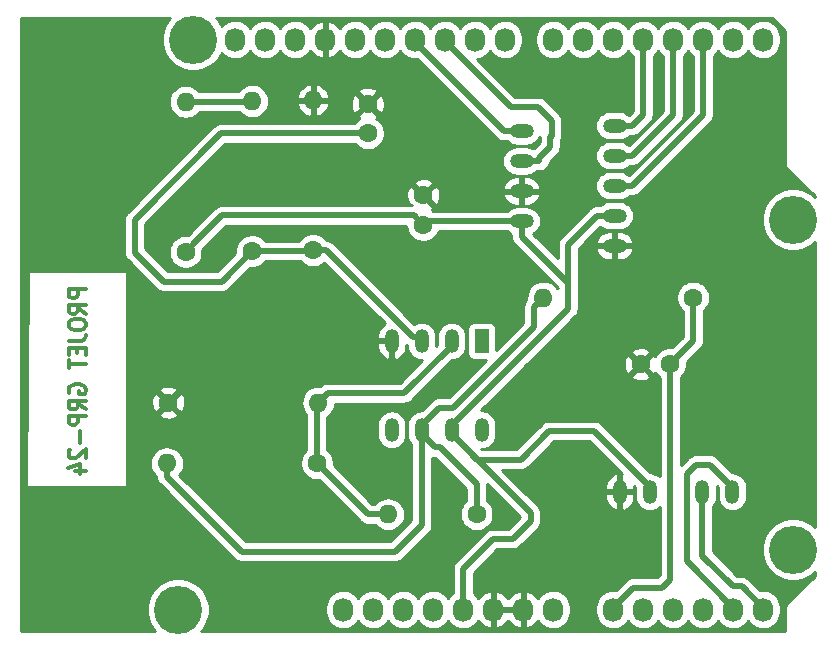
<source format=gbr>
G04 #@! TF.GenerationSoftware,KiCad,Pcbnew,(5.1.2)-2*
G04 #@! TF.CreationDate,2021-03-05T17:09:52+01:00*
G04 #@! TF.ProjectId,kicad,6b696361-642e-46b6-9963-61645f706362,rev?*
G04 #@! TF.SameCoordinates,Original*
G04 #@! TF.FileFunction,Copper,L2,Bot*
G04 #@! TF.FilePolarity,Positive*
%FSLAX46Y46*%
G04 Gerber Fmt 4.6, Leading zero omitted, Abs format (unit mm)*
G04 Created by KiCad (PCBNEW (5.1.2)-2) date 2021-03-05 17:09:52*
%MOMM*%
%LPD*%
G04 APERTURE LIST*
%ADD10C,0.300000*%
%ADD11O,1.200000X2.000000*%
%ADD12C,1.600000*%
%ADD13O,1.600000X1.600000*%
%ADD14O,2.000000X1.200000*%
%ADD15R,1.200000X2.000000*%
%ADD16O,1.727200X2.032000*%
%ADD17C,4.064000*%
%ADD18C,0.500000*%
%ADD19C,0.254000*%
G04 APERTURE END LIST*
D10*
X117201071Y-96719404D02*
X115701071Y-96719404D01*
X115701071Y-97214642D01*
X115772500Y-97338452D01*
X115843928Y-97400357D01*
X115986785Y-97462261D01*
X116201071Y-97462261D01*
X116343928Y-97400357D01*
X116415357Y-97338452D01*
X116486785Y-97214642D01*
X116486785Y-96719404D01*
X117201071Y-98762261D02*
X116486785Y-98328928D01*
X117201071Y-98019404D02*
X115701071Y-98019404D01*
X115701071Y-98514642D01*
X115772500Y-98638452D01*
X115843928Y-98700357D01*
X115986785Y-98762261D01*
X116201071Y-98762261D01*
X116343928Y-98700357D01*
X116415357Y-98638452D01*
X116486785Y-98514642D01*
X116486785Y-98019404D01*
X115701071Y-99567023D02*
X115701071Y-99814642D01*
X115772500Y-99938452D01*
X115915357Y-100062261D01*
X116201071Y-100124166D01*
X116701071Y-100124166D01*
X116986785Y-100062261D01*
X117129642Y-99938452D01*
X117201071Y-99814642D01*
X117201071Y-99567023D01*
X117129642Y-99443214D01*
X116986785Y-99319404D01*
X116701071Y-99257500D01*
X116201071Y-99257500D01*
X115915357Y-99319404D01*
X115772500Y-99443214D01*
X115701071Y-99567023D01*
X115701071Y-101052738D02*
X116772500Y-101052738D01*
X116986785Y-100990833D01*
X117129642Y-100867023D01*
X117201071Y-100681309D01*
X117201071Y-100557500D01*
X116415357Y-101671785D02*
X116415357Y-102105119D01*
X117201071Y-102290833D02*
X117201071Y-101671785D01*
X115701071Y-101671785D01*
X115701071Y-102290833D01*
X115701071Y-102662261D02*
X115701071Y-103405119D01*
X117201071Y-103033690D02*
X115701071Y-103033690D01*
X115772500Y-105509880D02*
X115701071Y-105386071D01*
X115701071Y-105200357D01*
X115772500Y-105014642D01*
X115915357Y-104890833D01*
X116058214Y-104828928D01*
X116343928Y-104767023D01*
X116558214Y-104767023D01*
X116843928Y-104828928D01*
X116986785Y-104890833D01*
X117129642Y-105014642D01*
X117201071Y-105200357D01*
X117201071Y-105324166D01*
X117129642Y-105509880D01*
X117058214Y-105571785D01*
X116558214Y-105571785D01*
X116558214Y-105324166D01*
X117201071Y-106871785D02*
X116486785Y-106438452D01*
X117201071Y-106128928D02*
X115701071Y-106128928D01*
X115701071Y-106624166D01*
X115772500Y-106747976D01*
X115843928Y-106809880D01*
X115986785Y-106871785D01*
X116201071Y-106871785D01*
X116343928Y-106809880D01*
X116415357Y-106747976D01*
X116486785Y-106624166D01*
X116486785Y-106128928D01*
X117201071Y-107428928D02*
X115701071Y-107428928D01*
X115701071Y-107924166D01*
X115772500Y-108047976D01*
X115843928Y-108109880D01*
X115986785Y-108171785D01*
X116201071Y-108171785D01*
X116343928Y-108109880D01*
X116415357Y-108047976D01*
X116486785Y-107924166D01*
X116486785Y-107428928D01*
X116629642Y-108728928D02*
X116629642Y-109719404D01*
X115843928Y-110276547D02*
X115772500Y-110338452D01*
X115701071Y-110462261D01*
X115701071Y-110771785D01*
X115772500Y-110895595D01*
X115843928Y-110957500D01*
X115986785Y-111019404D01*
X116129642Y-111019404D01*
X116343928Y-110957500D01*
X117201071Y-110214642D01*
X117201071Y-111019404D01*
X116201071Y-112133690D02*
X117201071Y-112133690D01*
X115629642Y-111824166D02*
X116701071Y-111514642D01*
X116701071Y-112319404D01*
D11*
X171894500Y-113855500D03*
X169354500Y-113855500D03*
X164909500Y-113855500D03*
X162369500Y-113855500D03*
D12*
X136398000Y-93408500D03*
D13*
X136398000Y-80708500D03*
D14*
X154051000Y-90932000D03*
X154051000Y-88392000D03*
X154051000Y-85852000D03*
X154051000Y-83312000D03*
D11*
X143065500Y-101078500D03*
X143065500Y-108598500D03*
X145605500Y-101078500D03*
X145605500Y-108598500D03*
X148145500Y-101078500D03*
X148145500Y-108598500D03*
D15*
X150685500Y-101078500D03*
D11*
X150685500Y-108598500D03*
D16*
X138938000Y-123825000D03*
X141478000Y-123825000D03*
X144018000Y-123825000D03*
X146558000Y-123825000D03*
X149098000Y-123825000D03*
X151638000Y-123825000D03*
X154178000Y-123825000D03*
X156718000Y-123825000D03*
X161798000Y-123825000D03*
X164338000Y-123825000D03*
X166878000Y-123825000D03*
X169418000Y-123825000D03*
X171958000Y-123825000D03*
X174498000Y-123825000D03*
X129794000Y-75565000D03*
X132334000Y-75565000D03*
X134874000Y-75565000D03*
X137414000Y-75565000D03*
X139954000Y-75565000D03*
X142494000Y-75565000D03*
X145034000Y-75565000D03*
X147574000Y-75565000D03*
X150114000Y-75565000D03*
X152654000Y-75565000D03*
X156718000Y-75565000D03*
X159258000Y-75565000D03*
X161798000Y-75565000D03*
X164338000Y-75565000D03*
X166878000Y-75565000D03*
X169418000Y-75565000D03*
X171958000Y-75565000D03*
X174498000Y-75565000D03*
D17*
X124968000Y-123825000D03*
X177038000Y-118745000D03*
X126238000Y-75565000D03*
X177038000Y-90805000D03*
D12*
X141033500Y-83502500D03*
X141033500Y-81002500D03*
X166624000Y-103060500D03*
X164124000Y-103060500D03*
X145732500Y-88749500D03*
X145732500Y-91249500D03*
X150241000Y-115760500D03*
D13*
X142741000Y-115760500D03*
X125603000Y-80835500D03*
D12*
X125603000Y-93535500D03*
X124142500Y-106299000D03*
D13*
X136842500Y-106299000D03*
X124015500Y-111442500D03*
D12*
X136715500Y-111442500D03*
X131254500Y-93472000D03*
D13*
X131254500Y-80772000D03*
X155892500Y-97409000D03*
D12*
X168592500Y-97409000D03*
D14*
X161925000Y-82867500D03*
X161925000Y-85407500D03*
X161925000Y-87947500D03*
X161925000Y-90487500D03*
X161925000Y-93027500D03*
D18*
X156400500Y-108712000D02*
X153987500Y-111125000D01*
X148145500Y-108998500D02*
X148145500Y-108598500D01*
X153987500Y-111125000D02*
X150272000Y-111125000D01*
X149098000Y-123825000D02*
X149098000Y-120396000D01*
X149098000Y-120396000D02*
X151638000Y-117856000D01*
X151638000Y-117856000D02*
X153289000Y-117856000D01*
X153289000Y-117856000D02*
X154813000Y-116332000D01*
X154813000Y-115666000D02*
X148573750Y-109426750D01*
X154813000Y-116332000D02*
X154813000Y-115666000D01*
X150272000Y-111125000D02*
X148573750Y-109426750D01*
X148573750Y-109426750D02*
X148145500Y-108998500D01*
X146050000Y-90932000D02*
X145732500Y-91249500D01*
X154051000Y-90932000D02*
X146050000Y-90932000D01*
X145732500Y-91249500D02*
X144932501Y-90449501D01*
X144932501Y-90449501D02*
X128688999Y-90449501D01*
X126402999Y-92735501D02*
X125603000Y-93535500D01*
X128688999Y-90449501D02*
X126402999Y-92735501D01*
X164909500Y-113455500D02*
X164909500Y-113855500D01*
X160166000Y-108712000D02*
X164909500Y-113455500D01*
X156400500Y-108712000D02*
X160166000Y-108712000D01*
X148145500Y-108198500D02*
X148145500Y-108598500D01*
X157988000Y-98356000D02*
X148145500Y-108198500D01*
X161925000Y-90487500D02*
X160425000Y-90487500D01*
X160425000Y-90487500D02*
X157988000Y-92924500D01*
X154051000Y-92265500D02*
X157988000Y-96202500D01*
X154051000Y-90932000D02*
X154051000Y-92265500D01*
X157988000Y-92924500D02*
X157988000Y-96202500D01*
X157988000Y-96202500D02*
X157988000Y-98356000D01*
X137414000Y-75565000D02*
X137414000Y-75717400D01*
X130098000Y-101078500D02*
X143065500Y-101078500D01*
X129363000Y-101078500D02*
X130098000Y-101078500D01*
X124142500Y-106299000D02*
X129363000Y-101078500D01*
X153693500Y-88749500D02*
X154051000Y-88392000D01*
X143065500Y-101478500D02*
X143065500Y-101078500D01*
X136692000Y-81002500D02*
X136398000Y-80708500D01*
X136334500Y-93472000D02*
X136398000Y-93408500D01*
X131254500Y-93472000D02*
X136334500Y-93472000D01*
X128651000Y-96075500D02*
X131254500Y-93472000D01*
X123761500Y-96075500D02*
X128651000Y-96075500D01*
X121285000Y-93599000D02*
X123761500Y-96075500D01*
X121285000Y-90805000D02*
X121285000Y-93599000D01*
X141033500Y-83502500D02*
X128587500Y-83502500D01*
X128587500Y-83502500D02*
X121285000Y-90805000D01*
X137529370Y-93408500D02*
X144843500Y-100722630D01*
X136398000Y-93408500D02*
X137529370Y-93408500D01*
X145249630Y-100722630D02*
X145605500Y-101078500D01*
X144843500Y-100722630D02*
X145249630Y-100722630D01*
X161798000Y-123977400D02*
X161798000Y-123825000D01*
X161798000Y-123672600D02*
X161798000Y-123825000D01*
X163487100Y-121983500D02*
X161798000Y-123672600D01*
X165925500Y-121983500D02*
X163487100Y-121983500D01*
X166624000Y-103060500D02*
X166624000Y-121285000D01*
X166624000Y-121285000D02*
X165925500Y-121983500D01*
X168592500Y-101092000D02*
X166624000Y-103060500D01*
X168592500Y-97409000D02*
X168592500Y-101092000D01*
X145605500Y-108998500D02*
X145605500Y-108598500D01*
X146705500Y-110098500D02*
X145605500Y-108998500D01*
X147105500Y-110098500D02*
X146705500Y-110098500D01*
X150241000Y-113234000D02*
X147105500Y-110098500D01*
X150241000Y-115760500D02*
X150241000Y-113234000D01*
X124015500Y-112573870D02*
X130377130Y-118935500D01*
X124015500Y-111442500D02*
X124015500Y-112573870D01*
X130377130Y-118935500D02*
X143319500Y-118935500D01*
X143319500Y-118935500D02*
X145605500Y-116649500D01*
X145605500Y-116649500D02*
X145605500Y-108598500D01*
X145605500Y-108198500D02*
X145605500Y-108598500D01*
X155892500Y-97409000D02*
X155092501Y-98208999D01*
X155092501Y-98843999D02*
X155092501Y-99923499D01*
X155092501Y-98208999D02*
X155092501Y-98843999D01*
X155092501Y-98843999D02*
X155092501Y-99111499D01*
X155092501Y-99923499D02*
X148272500Y-106743500D01*
X147060500Y-106743500D02*
X146364750Y-107439250D01*
X148272500Y-106743500D02*
X147060500Y-106743500D01*
X146705500Y-107098500D02*
X146364750Y-107439250D01*
X146364750Y-107439250D02*
X145605500Y-108198500D01*
X141033500Y-115760500D02*
X136715500Y-111442500D01*
X142741000Y-115760500D02*
X141033500Y-115760500D01*
X136715500Y-106426000D02*
X136842500Y-106299000D01*
X136715500Y-111442500D02*
X136715500Y-106426000D01*
X148145500Y-101478500D02*
X148145500Y-101078500D01*
X144124999Y-105499001D02*
X148145500Y-101478500D01*
X137642499Y-105499001D02*
X144124999Y-105499001D01*
X136842500Y-106299000D02*
X137642499Y-105499001D01*
X171323000Y-123190000D02*
X171958000Y-123825000D01*
X171958000Y-123672600D02*
X171958000Y-123825000D01*
X171894500Y-113455500D02*
X170008500Y-111569500D01*
X170008500Y-111569500D02*
X168783000Y-111569500D01*
X171894500Y-113855500D02*
X171894500Y-113455500D01*
X168783000Y-111569500D02*
X168021000Y-112331500D01*
X168021000Y-112331500D02*
X168021000Y-119735600D01*
X168021000Y-119735600D02*
X171958000Y-123672600D01*
X169354500Y-113855500D02*
X169354500Y-114255500D01*
X174498000Y-123672600D02*
X174498000Y-123825000D01*
X172681900Y-121856500D02*
X174498000Y-123672600D01*
X171958000Y-121856500D02*
X172681900Y-121856500D01*
X169354500Y-119253000D02*
X171958000Y-121856500D01*
X169354500Y-113855500D02*
X169354500Y-119253000D01*
X144970500Y-75628500D02*
X145034000Y-75565000D01*
X145034000Y-75795000D02*
X145034000Y-75565000D01*
X152551000Y-83312000D02*
X145034000Y-75795000D01*
X154051000Y-83312000D02*
X152551000Y-83312000D01*
X147510500Y-75628500D02*
X147574000Y-75565000D01*
X155551000Y-85852000D02*
X154051000Y-85852000D01*
X147574000Y-75717400D02*
X148937600Y-77081000D01*
X155551000Y-85852000D02*
X155551000Y-85558500D01*
X155551000Y-85558500D02*
X156464000Y-84645500D01*
X156464000Y-83840062D02*
X156591000Y-83713062D01*
X156464000Y-84645500D02*
X156464000Y-83840062D01*
X156591000Y-83713062D02*
X156591000Y-82423000D01*
X156591000Y-82423000D02*
X155448000Y-81280000D01*
X147574000Y-75717400D02*
X147574000Y-75565000D01*
X153136600Y-81280000D02*
X147574000Y-75717400D01*
X155448000Y-81280000D02*
X153136600Y-81280000D01*
X164338000Y-77081000D02*
X164338000Y-75565000D01*
X164338000Y-81954500D02*
X164338000Y-77081000D01*
X163425000Y-82867500D02*
X164338000Y-81954500D01*
X161925000Y-82867500D02*
X163425000Y-82867500D01*
X166878000Y-75565000D02*
X166878000Y-75717400D01*
X166878000Y-77081000D02*
X166878000Y-75565000D01*
X166878000Y-81954500D02*
X166878000Y-77081000D01*
X163425000Y-85407500D02*
X166878000Y-81954500D01*
X161925000Y-85407500D02*
X163425000Y-85407500D01*
X169418000Y-77081000D02*
X169418000Y-75565000D01*
X169418000Y-81954500D02*
X169418000Y-77081000D01*
X163425000Y-87947500D02*
X169418000Y-81954500D01*
X161925000Y-87947500D02*
X163425000Y-87947500D01*
X131191000Y-80835500D02*
X131254500Y-80772000D01*
X125603000Y-80835500D02*
X131191000Y-80835500D01*
D19*
G36*
X124166406Y-73864887D02*
G01*
X123874536Y-74301702D01*
X123673492Y-74787065D01*
X123571000Y-75302323D01*
X123571000Y-75827677D01*
X123673492Y-76342935D01*
X123874536Y-76828298D01*
X124166406Y-77265113D01*
X124537887Y-77636594D01*
X124974702Y-77928464D01*
X125460065Y-78129508D01*
X125975323Y-78232000D01*
X126500677Y-78232000D01*
X127015935Y-78129508D01*
X127501298Y-77928464D01*
X127938113Y-77636594D01*
X128309594Y-77265113D01*
X128601464Y-76828298D01*
X128657001Y-76694219D01*
X128729203Y-76782197D01*
X128957395Y-76969469D01*
X129217737Y-77108625D01*
X129500224Y-77194316D01*
X129794000Y-77223251D01*
X130087777Y-77194316D01*
X130370264Y-77108625D01*
X130630606Y-76969469D01*
X130858797Y-76782197D01*
X131046069Y-76554006D01*
X131064000Y-76520459D01*
X131081931Y-76554006D01*
X131269203Y-76782197D01*
X131497395Y-76969469D01*
X131757737Y-77108625D01*
X132040224Y-77194316D01*
X132334000Y-77223251D01*
X132627777Y-77194316D01*
X132910264Y-77108625D01*
X133170606Y-76969469D01*
X133398797Y-76782197D01*
X133586069Y-76554006D01*
X133604000Y-76520459D01*
X133621931Y-76554006D01*
X133809203Y-76782197D01*
X134037395Y-76969469D01*
X134297737Y-77108625D01*
X134580224Y-77194316D01*
X134874000Y-77223251D01*
X135167777Y-77194316D01*
X135450264Y-77108625D01*
X135710606Y-76969469D01*
X135938797Y-76782197D01*
X136126069Y-76554006D01*
X136147424Y-76514053D01*
X136295514Y-76716729D01*
X136511965Y-76915733D01*
X136763081Y-77068686D01*
X137039211Y-77169709D01*
X137054974Y-77172358D01*
X137287000Y-77051217D01*
X137287000Y-75692000D01*
X137267000Y-75692000D01*
X137267000Y-75438000D01*
X137287000Y-75438000D01*
X137287000Y-74078783D01*
X137541000Y-74078783D01*
X137541000Y-75438000D01*
X137561000Y-75438000D01*
X137561000Y-75692000D01*
X137541000Y-75692000D01*
X137541000Y-77051217D01*
X137773026Y-77172358D01*
X137788789Y-77169709D01*
X138064919Y-77068686D01*
X138316035Y-76915733D01*
X138532486Y-76716729D01*
X138680576Y-76514053D01*
X138701931Y-76554006D01*
X138889203Y-76782197D01*
X139117395Y-76969469D01*
X139377737Y-77108625D01*
X139660224Y-77194316D01*
X139954000Y-77223251D01*
X140247777Y-77194316D01*
X140530264Y-77108625D01*
X140790606Y-76969469D01*
X141018797Y-76782197D01*
X141206069Y-76554006D01*
X141224000Y-76520459D01*
X141241931Y-76554006D01*
X141429203Y-76782197D01*
X141657395Y-76969469D01*
X141917737Y-77108625D01*
X142200224Y-77194316D01*
X142494000Y-77223251D01*
X142787777Y-77194316D01*
X143070264Y-77108625D01*
X143330606Y-76969469D01*
X143558797Y-76782197D01*
X143746069Y-76554006D01*
X143764000Y-76520459D01*
X143781931Y-76554006D01*
X143969203Y-76782197D01*
X144197395Y-76969469D01*
X144457737Y-77108625D01*
X144740224Y-77194316D01*
X145034000Y-77223251D01*
X145194832Y-77207410D01*
X151894470Y-83907049D01*
X151922183Y-83940817D01*
X151955951Y-83968530D01*
X151955953Y-83968532D01*
X152010810Y-84013552D01*
X152056941Y-84051411D01*
X152210687Y-84133589D01*
X152377510Y-84184195D01*
X152507523Y-84197000D01*
X152507533Y-84197000D01*
X152550999Y-84201281D01*
X152594465Y-84197000D01*
X152782634Y-84197000D01*
X152961551Y-84343833D01*
X153176099Y-84458511D01*
X153408898Y-84529130D01*
X153590335Y-84547000D01*
X154511665Y-84547000D01*
X154693102Y-84529130D01*
X154925901Y-84458511D01*
X155140449Y-84343833D01*
X155328502Y-84189502D01*
X155482833Y-84001449D01*
X155575989Y-83827166D01*
X155574719Y-83840062D01*
X155579000Y-83883531D01*
X155579000Y-84278921D01*
X155073526Y-84784396D01*
X154925901Y-84705489D01*
X154693102Y-84634870D01*
X154511665Y-84617000D01*
X153590335Y-84617000D01*
X153408898Y-84634870D01*
X153176099Y-84705489D01*
X152961551Y-84820167D01*
X152773498Y-84974498D01*
X152619167Y-85162551D01*
X152504489Y-85377099D01*
X152433870Y-85609898D01*
X152410025Y-85852000D01*
X152433870Y-86094102D01*
X152504489Y-86326901D01*
X152619167Y-86541449D01*
X152773498Y-86729502D01*
X152961551Y-86883833D01*
X153176099Y-86998511D01*
X153408898Y-87069130D01*
X153590335Y-87087000D01*
X154511665Y-87087000D01*
X154693102Y-87069130D01*
X154925901Y-86998511D01*
X155140449Y-86883833D01*
X155319366Y-86737000D01*
X155507523Y-86737000D01*
X155551000Y-86741282D01*
X155594476Y-86737000D01*
X155594477Y-86737000D01*
X155724490Y-86724195D01*
X155891313Y-86673589D01*
X156045059Y-86591411D01*
X156179817Y-86480817D01*
X156290411Y-86346059D01*
X156372589Y-86192313D01*
X156423195Y-86025490D01*
X156432766Y-85928312D01*
X157059050Y-85302029D01*
X157092817Y-85274317D01*
X157125897Y-85234010D01*
X157203410Y-85139560D01*
X157203411Y-85139559D01*
X157285589Y-84985813D01*
X157336195Y-84818990D01*
X157349000Y-84688977D01*
X157349000Y-84688969D01*
X157353281Y-84645500D01*
X157349000Y-84602031D01*
X157349000Y-84172343D01*
X157412589Y-84053375D01*
X157463195Y-83886552D01*
X157476000Y-83756539D01*
X157476000Y-83756529D01*
X157480281Y-83713063D01*
X157476000Y-83669597D01*
X157476000Y-82466465D01*
X157480281Y-82422999D01*
X157476000Y-82379533D01*
X157476000Y-82379523D01*
X157463195Y-82249510D01*
X157412589Y-82082687D01*
X157330411Y-81928941D01*
X157286180Y-81875046D01*
X157247532Y-81827953D01*
X157247530Y-81827951D01*
X157219817Y-81794183D01*
X157186049Y-81766470D01*
X156104534Y-80684956D01*
X156076817Y-80651183D01*
X155942059Y-80540589D01*
X155788313Y-80458411D01*
X155621490Y-80407805D01*
X155491477Y-80395000D01*
X155491469Y-80395000D01*
X155448000Y-80390719D01*
X155404531Y-80395000D01*
X153503179Y-80395000D01*
X150311934Y-77203756D01*
X150407777Y-77194316D01*
X150690264Y-77108625D01*
X150950606Y-76969469D01*
X151178797Y-76782197D01*
X151366069Y-76554006D01*
X151384000Y-76520459D01*
X151401931Y-76554006D01*
X151589203Y-76782197D01*
X151817395Y-76969469D01*
X152077737Y-77108625D01*
X152360224Y-77194316D01*
X152654000Y-77223251D01*
X152947777Y-77194316D01*
X153230264Y-77108625D01*
X153490606Y-76969469D01*
X153718797Y-76782197D01*
X153906069Y-76554006D01*
X154045225Y-76293663D01*
X154130916Y-76011176D01*
X154152600Y-75791018D01*
X154152600Y-75338982D01*
X155219400Y-75338982D01*
X155219400Y-75791019D01*
X155241084Y-76011177D01*
X155326775Y-76293664D01*
X155465931Y-76554006D01*
X155653203Y-76782197D01*
X155881395Y-76969469D01*
X156141737Y-77108625D01*
X156424224Y-77194316D01*
X156718000Y-77223251D01*
X157011777Y-77194316D01*
X157294264Y-77108625D01*
X157554606Y-76969469D01*
X157782797Y-76782197D01*
X157970069Y-76554006D01*
X157988000Y-76520459D01*
X158005931Y-76554006D01*
X158193203Y-76782197D01*
X158421395Y-76969469D01*
X158681737Y-77108625D01*
X158964224Y-77194316D01*
X159258000Y-77223251D01*
X159551777Y-77194316D01*
X159834264Y-77108625D01*
X160094606Y-76969469D01*
X160322797Y-76782197D01*
X160510069Y-76554006D01*
X160528000Y-76520459D01*
X160545931Y-76554006D01*
X160733203Y-76782197D01*
X160961395Y-76969469D01*
X161221737Y-77108625D01*
X161504224Y-77194316D01*
X161798000Y-77223251D01*
X162091777Y-77194316D01*
X162374264Y-77108625D01*
X162634606Y-76969469D01*
X162862797Y-76782197D01*
X163050069Y-76554006D01*
X163068000Y-76520459D01*
X163085931Y-76554006D01*
X163273203Y-76782197D01*
X163453000Y-76929752D01*
X163453000Y-77124476D01*
X163453001Y-77124486D01*
X163453000Y-81587921D01*
X163119248Y-81921673D01*
X163014449Y-81835667D01*
X162799901Y-81720989D01*
X162567102Y-81650370D01*
X162385665Y-81632500D01*
X161464335Y-81632500D01*
X161282898Y-81650370D01*
X161050099Y-81720989D01*
X160835551Y-81835667D01*
X160647498Y-81989998D01*
X160493167Y-82178051D01*
X160378489Y-82392599D01*
X160307870Y-82625398D01*
X160284025Y-82867500D01*
X160307870Y-83109602D01*
X160378489Y-83342401D01*
X160493167Y-83556949D01*
X160647498Y-83745002D01*
X160835551Y-83899333D01*
X161050099Y-84014011D01*
X161282898Y-84084630D01*
X161464335Y-84102500D01*
X162385665Y-84102500D01*
X162567102Y-84084630D01*
X162799901Y-84014011D01*
X163014449Y-83899333D01*
X163193366Y-83752500D01*
X163381531Y-83752500D01*
X163425000Y-83756781D01*
X163468469Y-83752500D01*
X163468477Y-83752500D01*
X163598490Y-83739695D01*
X163765313Y-83689089D01*
X163919059Y-83606911D01*
X164053817Y-83496317D01*
X164081534Y-83462544D01*
X164933050Y-82611029D01*
X164966817Y-82583317D01*
X165077411Y-82448559D01*
X165159589Y-82294813D01*
X165198968Y-82165000D01*
X165210195Y-82127991D01*
X165215217Y-82077000D01*
X165223000Y-81997977D01*
X165223000Y-81997969D01*
X165227281Y-81954500D01*
X165223000Y-81911031D01*
X165223000Y-76929753D01*
X165402797Y-76782197D01*
X165590069Y-76554006D01*
X165608000Y-76520459D01*
X165625931Y-76554006D01*
X165813203Y-76782197D01*
X165993000Y-76929752D01*
X165993000Y-77124476D01*
X165993001Y-77124486D01*
X165993000Y-81587921D01*
X163119248Y-84461674D01*
X163014449Y-84375667D01*
X162799901Y-84260989D01*
X162567102Y-84190370D01*
X162385665Y-84172500D01*
X161464335Y-84172500D01*
X161282898Y-84190370D01*
X161050099Y-84260989D01*
X160835551Y-84375667D01*
X160647498Y-84529998D01*
X160493167Y-84718051D01*
X160378489Y-84932599D01*
X160307870Y-85165398D01*
X160284025Y-85407500D01*
X160307870Y-85649602D01*
X160378489Y-85882401D01*
X160493167Y-86096949D01*
X160647498Y-86285002D01*
X160835551Y-86439333D01*
X161050099Y-86554011D01*
X161282898Y-86624630D01*
X161464335Y-86642500D01*
X162385665Y-86642500D01*
X162567102Y-86624630D01*
X162799901Y-86554011D01*
X163014449Y-86439333D01*
X163193366Y-86292500D01*
X163381531Y-86292500D01*
X163425000Y-86296781D01*
X163468469Y-86292500D01*
X163468477Y-86292500D01*
X163598490Y-86279695D01*
X163765313Y-86229089D01*
X163919059Y-86146911D01*
X164053817Y-86036317D01*
X164081534Y-86002544D01*
X167473050Y-82611029D01*
X167506817Y-82583317D01*
X167617411Y-82448559D01*
X167699589Y-82294813D01*
X167750195Y-82127990D01*
X167763000Y-81997977D01*
X167763000Y-81997967D01*
X167767281Y-81954501D01*
X167763000Y-81911035D01*
X167763000Y-76929753D01*
X167942797Y-76782197D01*
X168130069Y-76554006D01*
X168148000Y-76520459D01*
X168165931Y-76554006D01*
X168353203Y-76782197D01*
X168533000Y-76929752D01*
X168533000Y-77124476D01*
X168533001Y-77124486D01*
X168533000Y-81587921D01*
X163119248Y-87001674D01*
X163014449Y-86915667D01*
X162799901Y-86800989D01*
X162567102Y-86730370D01*
X162385665Y-86712500D01*
X161464335Y-86712500D01*
X161282898Y-86730370D01*
X161050099Y-86800989D01*
X160835551Y-86915667D01*
X160647498Y-87069998D01*
X160493167Y-87258051D01*
X160378489Y-87472599D01*
X160307870Y-87705398D01*
X160284025Y-87947500D01*
X160307870Y-88189602D01*
X160378489Y-88422401D01*
X160493167Y-88636949D01*
X160647498Y-88825002D01*
X160835551Y-88979333D01*
X161050099Y-89094011D01*
X161282898Y-89164630D01*
X161464335Y-89182500D01*
X162385665Y-89182500D01*
X162567102Y-89164630D01*
X162799901Y-89094011D01*
X163014449Y-88979333D01*
X163193366Y-88832500D01*
X163381531Y-88832500D01*
X163425000Y-88836781D01*
X163468469Y-88832500D01*
X163468477Y-88832500D01*
X163598490Y-88819695D01*
X163765313Y-88769089D01*
X163919059Y-88686911D01*
X164053817Y-88576317D01*
X164081534Y-88542544D01*
X170013051Y-82611028D01*
X170046817Y-82583317D01*
X170157411Y-82448559D01*
X170239589Y-82294813D01*
X170290195Y-82127990D01*
X170303000Y-81997977D01*
X170303000Y-81997969D01*
X170307281Y-81954500D01*
X170303000Y-81911031D01*
X170303000Y-76929753D01*
X170482797Y-76782197D01*
X170670069Y-76554006D01*
X170688000Y-76520459D01*
X170705931Y-76554006D01*
X170893203Y-76782197D01*
X171121395Y-76969469D01*
X171381737Y-77108625D01*
X171664224Y-77194316D01*
X171958000Y-77223251D01*
X172251777Y-77194316D01*
X172534264Y-77108625D01*
X172794606Y-76969469D01*
X173022797Y-76782197D01*
X173210069Y-76554006D01*
X173228000Y-76520459D01*
X173245931Y-76554006D01*
X173433203Y-76782197D01*
X173661395Y-76969469D01*
X173921737Y-77108625D01*
X174204224Y-77194316D01*
X174498000Y-77223251D01*
X174791777Y-77194316D01*
X175074264Y-77108625D01*
X175334606Y-76969469D01*
X175562797Y-76782197D01*
X175750069Y-76554006D01*
X175889225Y-76293663D01*
X175974916Y-76011176D01*
X175996600Y-75791018D01*
X175996600Y-75338981D01*
X175974916Y-75118823D01*
X175889225Y-74836336D01*
X175750069Y-74575994D01*
X175562797Y-74347803D01*
X175334605Y-74160531D01*
X175074263Y-74021375D01*
X174791776Y-73935684D01*
X174498000Y-73906749D01*
X174204223Y-73935684D01*
X173921736Y-74021375D01*
X173661394Y-74160531D01*
X173433203Y-74347803D01*
X173245931Y-74575995D01*
X173228000Y-74609541D01*
X173210069Y-74575994D01*
X173022797Y-74347803D01*
X172794605Y-74160531D01*
X172534263Y-74021375D01*
X172251776Y-73935684D01*
X171958000Y-73906749D01*
X171664223Y-73935684D01*
X171381736Y-74021375D01*
X171121394Y-74160531D01*
X170893203Y-74347803D01*
X170705931Y-74575995D01*
X170688000Y-74609541D01*
X170670069Y-74575994D01*
X170482797Y-74347803D01*
X170254605Y-74160531D01*
X169994263Y-74021375D01*
X169711776Y-73935684D01*
X169418000Y-73906749D01*
X169124223Y-73935684D01*
X168841736Y-74021375D01*
X168581394Y-74160531D01*
X168353203Y-74347803D01*
X168165931Y-74575995D01*
X168148000Y-74609541D01*
X168130069Y-74575994D01*
X167942797Y-74347803D01*
X167714605Y-74160531D01*
X167454263Y-74021375D01*
X167171776Y-73935684D01*
X166878000Y-73906749D01*
X166584223Y-73935684D01*
X166301736Y-74021375D01*
X166041394Y-74160531D01*
X165813203Y-74347803D01*
X165625931Y-74575995D01*
X165608000Y-74609541D01*
X165590069Y-74575994D01*
X165402797Y-74347803D01*
X165174605Y-74160531D01*
X164914263Y-74021375D01*
X164631776Y-73935684D01*
X164338000Y-73906749D01*
X164044223Y-73935684D01*
X163761736Y-74021375D01*
X163501394Y-74160531D01*
X163273203Y-74347803D01*
X163085931Y-74575995D01*
X163068000Y-74609541D01*
X163050069Y-74575994D01*
X162862797Y-74347803D01*
X162634605Y-74160531D01*
X162374263Y-74021375D01*
X162091776Y-73935684D01*
X161798000Y-73906749D01*
X161504223Y-73935684D01*
X161221736Y-74021375D01*
X160961394Y-74160531D01*
X160733203Y-74347803D01*
X160545931Y-74575995D01*
X160528000Y-74609541D01*
X160510069Y-74575994D01*
X160322797Y-74347803D01*
X160094605Y-74160531D01*
X159834263Y-74021375D01*
X159551776Y-73935684D01*
X159258000Y-73906749D01*
X158964223Y-73935684D01*
X158681736Y-74021375D01*
X158421394Y-74160531D01*
X158193203Y-74347803D01*
X158005931Y-74575995D01*
X157988000Y-74609541D01*
X157970069Y-74575994D01*
X157782797Y-74347803D01*
X157554605Y-74160531D01*
X157294263Y-74021375D01*
X157011776Y-73935684D01*
X156718000Y-73906749D01*
X156424223Y-73935684D01*
X156141736Y-74021375D01*
X155881394Y-74160531D01*
X155653203Y-74347803D01*
X155465931Y-74575995D01*
X155326775Y-74836337D01*
X155241084Y-75118824D01*
X155219400Y-75338982D01*
X154152600Y-75338982D01*
X154152600Y-75338981D01*
X154130916Y-75118823D01*
X154045225Y-74836336D01*
X153906069Y-74575994D01*
X153718797Y-74347803D01*
X153490605Y-74160531D01*
X153230263Y-74021375D01*
X152947776Y-73935684D01*
X152654000Y-73906749D01*
X152360223Y-73935684D01*
X152077736Y-74021375D01*
X151817394Y-74160531D01*
X151589203Y-74347803D01*
X151401931Y-74575995D01*
X151384000Y-74609541D01*
X151366069Y-74575994D01*
X151178797Y-74347803D01*
X150950605Y-74160531D01*
X150690263Y-74021375D01*
X150407776Y-73935684D01*
X150114000Y-73906749D01*
X149820223Y-73935684D01*
X149537736Y-74021375D01*
X149277394Y-74160531D01*
X149049203Y-74347803D01*
X148861931Y-74575995D01*
X148844000Y-74609541D01*
X148826069Y-74575994D01*
X148638797Y-74347803D01*
X148410605Y-74160531D01*
X148150263Y-74021375D01*
X147867776Y-73935684D01*
X147574000Y-73906749D01*
X147280223Y-73935684D01*
X146997736Y-74021375D01*
X146737394Y-74160531D01*
X146509203Y-74347803D01*
X146321931Y-74575995D01*
X146304000Y-74609541D01*
X146286069Y-74575994D01*
X146098797Y-74347803D01*
X145870605Y-74160531D01*
X145610263Y-74021375D01*
X145327776Y-73935684D01*
X145034000Y-73906749D01*
X144740223Y-73935684D01*
X144457736Y-74021375D01*
X144197394Y-74160531D01*
X143969203Y-74347803D01*
X143781931Y-74575995D01*
X143764000Y-74609541D01*
X143746069Y-74575994D01*
X143558797Y-74347803D01*
X143330605Y-74160531D01*
X143070263Y-74021375D01*
X142787776Y-73935684D01*
X142494000Y-73906749D01*
X142200223Y-73935684D01*
X141917736Y-74021375D01*
X141657394Y-74160531D01*
X141429203Y-74347803D01*
X141241931Y-74575995D01*
X141224000Y-74609541D01*
X141206069Y-74575994D01*
X141018797Y-74347803D01*
X140790605Y-74160531D01*
X140530263Y-74021375D01*
X140247776Y-73935684D01*
X139954000Y-73906749D01*
X139660223Y-73935684D01*
X139377736Y-74021375D01*
X139117394Y-74160531D01*
X138889203Y-74347803D01*
X138701931Y-74575995D01*
X138680576Y-74615947D01*
X138532486Y-74413271D01*
X138316035Y-74214267D01*
X138064919Y-74061314D01*
X137788789Y-73960291D01*
X137773026Y-73957642D01*
X137541000Y-74078783D01*
X137287000Y-74078783D01*
X137054974Y-73957642D01*
X137039211Y-73960291D01*
X136763081Y-74061314D01*
X136511965Y-74214267D01*
X136295514Y-74413271D01*
X136147424Y-74615947D01*
X136126069Y-74575994D01*
X135938797Y-74347803D01*
X135710605Y-74160531D01*
X135450263Y-74021375D01*
X135167776Y-73935684D01*
X134874000Y-73906749D01*
X134580223Y-73935684D01*
X134297736Y-74021375D01*
X134037394Y-74160531D01*
X133809203Y-74347803D01*
X133621931Y-74575995D01*
X133604000Y-74609541D01*
X133586069Y-74575994D01*
X133398797Y-74347803D01*
X133170605Y-74160531D01*
X132910263Y-74021375D01*
X132627776Y-73935684D01*
X132334000Y-73906749D01*
X132040223Y-73935684D01*
X131757736Y-74021375D01*
X131497394Y-74160531D01*
X131269203Y-74347803D01*
X131081931Y-74575995D01*
X131064000Y-74609541D01*
X131046069Y-74575994D01*
X130858797Y-74347803D01*
X130630605Y-74160531D01*
X130370263Y-74021375D01*
X130087776Y-73935684D01*
X129794000Y-73906749D01*
X129500223Y-73935684D01*
X129217736Y-74021375D01*
X128957394Y-74160531D01*
X128729203Y-74347803D01*
X128657001Y-74435781D01*
X128601464Y-74301702D01*
X128309594Y-73864887D01*
X128179707Y-73735000D01*
X175219909Y-73735000D01*
X176328001Y-74843093D01*
X176328000Y-85944125D01*
X176324565Y-85979000D01*
X176328000Y-86013875D01*
X176328000Y-86013876D01*
X176338273Y-86118183D01*
X176378872Y-86252019D01*
X176444800Y-86375362D01*
X176533525Y-86483474D01*
X176560617Y-86505708D01*
X178868001Y-88813093D01*
X178868001Y-88863294D01*
X178738113Y-88733406D01*
X178301298Y-88441536D01*
X177815935Y-88240492D01*
X177300677Y-88138000D01*
X176775323Y-88138000D01*
X176260065Y-88240492D01*
X175774702Y-88441536D01*
X175337887Y-88733406D01*
X174966406Y-89104887D01*
X174674536Y-89541702D01*
X174473492Y-90027065D01*
X174371000Y-90542323D01*
X174371000Y-91067677D01*
X174473492Y-91582935D01*
X174674536Y-92068298D01*
X174966406Y-92505113D01*
X175337887Y-92876594D01*
X175774702Y-93168464D01*
X176260065Y-93369508D01*
X176775323Y-93472000D01*
X177300677Y-93472000D01*
X177815935Y-93369508D01*
X178301298Y-93168464D01*
X178738113Y-92876594D01*
X178868001Y-92746706D01*
X178868000Y-116803293D01*
X178738113Y-116673406D01*
X178301298Y-116381536D01*
X177815935Y-116180492D01*
X177300677Y-116078000D01*
X176775323Y-116078000D01*
X176260065Y-116180492D01*
X175774702Y-116381536D01*
X175337887Y-116673406D01*
X174966406Y-117044887D01*
X174674536Y-117481702D01*
X174473492Y-117967065D01*
X174371000Y-118482323D01*
X174371000Y-119007677D01*
X174473492Y-119522935D01*
X174674536Y-120008298D01*
X174966406Y-120445113D01*
X175337887Y-120816594D01*
X175774702Y-121108464D01*
X176260065Y-121309508D01*
X176775323Y-121412000D01*
X177300677Y-121412000D01*
X177815935Y-121309508D01*
X178301298Y-121108464D01*
X178738113Y-120816594D01*
X178868000Y-120686707D01*
X178868000Y-120990908D01*
X176560617Y-123298292D01*
X176533526Y-123320525D01*
X176511293Y-123347616D01*
X176444801Y-123428637D01*
X176378872Y-123551981D01*
X176338274Y-123685816D01*
X176324565Y-123825000D01*
X176328001Y-123859885D01*
X176328000Y-125655000D01*
X126909707Y-125655000D01*
X127039594Y-125525113D01*
X127331464Y-125088298D01*
X127532508Y-124602935D01*
X127635000Y-124087677D01*
X127635000Y-123562323D01*
X127532508Y-123047065D01*
X127331464Y-122561702D01*
X127039594Y-122124887D01*
X126668113Y-121753406D01*
X126231298Y-121461536D01*
X125745935Y-121260492D01*
X125230677Y-121158000D01*
X124705323Y-121158000D01*
X124190065Y-121260492D01*
X123704702Y-121461536D01*
X123267887Y-121753406D01*
X122896406Y-122124887D01*
X122604536Y-122561702D01*
X122403492Y-123047065D01*
X122301000Y-123562323D01*
X122301000Y-124087677D01*
X122403492Y-124602935D01*
X122604536Y-125088298D01*
X122896406Y-125525113D01*
X123026293Y-125655000D01*
X111708000Y-125655000D01*
X111708000Y-113282659D01*
X112077507Y-113282659D01*
X112079940Y-113308776D01*
X112087167Y-113332601D01*
X112098903Y-113354557D01*
X112114697Y-113373803D01*
X112133943Y-113389597D01*
X112155899Y-113401333D01*
X112179724Y-113408560D01*
X112204500Y-113411000D01*
X120523000Y-113411000D01*
X120547776Y-113408560D01*
X120571601Y-113401333D01*
X120593557Y-113389597D01*
X120612803Y-113373803D01*
X120628597Y-113354557D01*
X120640333Y-113332601D01*
X120647560Y-113308776D01*
X120650000Y-113284000D01*
X120650000Y-111442500D01*
X122573557Y-111442500D01*
X122601264Y-111723809D01*
X122683318Y-111994308D01*
X122816568Y-112243601D01*
X122995892Y-112462108D01*
X123126657Y-112569424D01*
X123126219Y-112573870D01*
X123143305Y-112747360D01*
X123193912Y-112914183D01*
X123276090Y-113067929D01*
X123358968Y-113168916D01*
X123358971Y-113168919D01*
X123386684Y-113202687D01*
X123420452Y-113230400D01*
X129720600Y-119530549D01*
X129748313Y-119564317D01*
X129782081Y-119592030D01*
X129782083Y-119592032D01*
X129783644Y-119593313D01*
X129883071Y-119674911D01*
X130036817Y-119757089D01*
X130203640Y-119807695D01*
X130333653Y-119820500D01*
X130333663Y-119820500D01*
X130377129Y-119824781D01*
X130420595Y-119820500D01*
X143276031Y-119820500D01*
X143319500Y-119824781D01*
X143362969Y-119820500D01*
X143362977Y-119820500D01*
X143492990Y-119807695D01*
X143659813Y-119757089D01*
X143813559Y-119674911D01*
X143948317Y-119564317D01*
X143976034Y-119530544D01*
X146200550Y-117306029D01*
X146234317Y-117278317D01*
X146344911Y-117143559D01*
X146427089Y-116989813D01*
X146477695Y-116822990D01*
X146490500Y-116692977D01*
X146490500Y-116692967D01*
X146494781Y-116649501D01*
X146490500Y-116606035D01*
X146490500Y-110958103D01*
X146532009Y-110970695D01*
X146546806Y-110972152D01*
X146662023Y-110983500D01*
X146662031Y-110983500D01*
X146705500Y-110987781D01*
X146739823Y-110984401D01*
X149356001Y-113600580D01*
X149356000Y-114625978D01*
X149326241Y-114645863D01*
X149126363Y-114845741D01*
X148969320Y-115080773D01*
X148861147Y-115341926D01*
X148806000Y-115619165D01*
X148806000Y-115901835D01*
X148861147Y-116179074D01*
X148969320Y-116440227D01*
X149126363Y-116675259D01*
X149326241Y-116875137D01*
X149561273Y-117032180D01*
X149822426Y-117140353D01*
X150099665Y-117195500D01*
X150382335Y-117195500D01*
X150659574Y-117140353D01*
X150920727Y-117032180D01*
X151155759Y-116875137D01*
X151355637Y-116675259D01*
X151512680Y-116440227D01*
X151620853Y-116179074D01*
X151676000Y-115901835D01*
X151676000Y-115619165D01*
X151620853Y-115341926D01*
X151512680Y-115080773D01*
X151355637Y-114845741D01*
X151155759Y-114645863D01*
X151126000Y-114625979D01*
X151126000Y-113277469D01*
X151130204Y-113234782D01*
X153894421Y-115999000D01*
X152922422Y-116971000D01*
X151681465Y-116971000D01*
X151637999Y-116966719D01*
X151594533Y-116971000D01*
X151594523Y-116971000D01*
X151464510Y-116983805D01*
X151297687Y-117034411D01*
X151143941Y-117116589D01*
X151143939Y-117116590D01*
X151143940Y-117116590D01*
X151042953Y-117199468D01*
X151042951Y-117199470D01*
X151009183Y-117227183D01*
X150981470Y-117260951D01*
X148502951Y-119739471D01*
X148469184Y-119767183D01*
X148441471Y-119800951D01*
X148441468Y-119800954D01*
X148358590Y-119901941D01*
X148276412Y-120055687D01*
X148225805Y-120222510D01*
X148208719Y-120396000D01*
X148213001Y-120439479D01*
X148213000Y-122460247D01*
X148033203Y-122607803D01*
X147845931Y-122835995D01*
X147828000Y-122869541D01*
X147810069Y-122835994D01*
X147622797Y-122607803D01*
X147394605Y-122420531D01*
X147134263Y-122281375D01*
X146851776Y-122195684D01*
X146558000Y-122166749D01*
X146264223Y-122195684D01*
X145981736Y-122281375D01*
X145721394Y-122420531D01*
X145493203Y-122607803D01*
X145305931Y-122835995D01*
X145288000Y-122869541D01*
X145270069Y-122835994D01*
X145082797Y-122607803D01*
X144854605Y-122420531D01*
X144594263Y-122281375D01*
X144311776Y-122195684D01*
X144018000Y-122166749D01*
X143724223Y-122195684D01*
X143441736Y-122281375D01*
X143181394Y-122420531D01*
X142953203Y-122607803D01*
X142765931Y-122835995D01*
X142748000Y-122869541D01*
X142730069Y-122835994D01*
X142542797Y-122607803D01*
X142314605Y-122420531D01*
X142054263Y-122281375D01*
X141771776Y-122195684D01*
X141478000Y-122166749D01*
X141184223Y-122195684D01*
X140901736Y-122281375D01*
X140641394Y-122420531D01*
X140413203Y-122607803D01*
X140225931Y-122835995D01*
X140208000Y-122869541D01*
X140190069Y-122835994D01*
X140002797Y-122607803D01*
X139774605Y-122420531D01*
X139514263Y-122281375D01*
X139231776Y-122195684D01*
X138938000Y-122166749D01*
X138644223Y-122195684D01*
X138361736Y-122281375D01*
X138101394Y-122420531D01*
X137873203Y-122607803D01*
X137685931Y-122835995D01*
X137546775Y-123096337D01*
X137461084Y-123378824D01*
X137439400Y-123598982D01*
X137439400Y-124051019D01*
X137461084Y-124271177D01*
X137546775Y-124553664D01*
X137685931Y-124814006D01*
X137873203Y-125042197D01*
X138101395Y-125229469D01*
X138361737Y-125368625D01*
X138644224Y-125454316D01*
X138938000Y-125483251D01*
X139231777Y-125454316D01*
X139514264Y-125368625D01*
X139774606Y-125229469D01*
X140002797Y-125042197D01*
X140190069Y-124814006D01*
X140208000Y-124780459D01*
X140225931Y-124814006D01*
X140413203Y-125042197D01*
X140641395Y-125229469D01*
X140901737Y-125368625D01*
X141184224Y-125454316D01*
X141478000Y-125483251D01*
X141771777Y-125454316D01*
X142054264Y-125368625D01*
X142314606Y-125229469D01*
X142542797Y-125042197D01*
X142730069Y-124814006D01*
X142748000Y-124780459D01*
X142765931Y-124814006D01*
X142953203Y-125042197D01*
X143181395Y-125229469D01*
X143441737Y-125368625D01*
X143724224Y-125454316D01*
X144018000Y-125483251D01*
X144311777Y-125454316D01*
X144594264Y-125368625D01*
X144854606Y-125229469D01*
X145082797Y-125042197D01*
X145270069Y-124814006D01*
X145288000Y-124780459D01*
X145305931Y-124814006D01*
X145493203Y-125042197D01*
X145721395Y-125229469D01*
X145981737Y-125368625D01*
X146264224Y-125454316D01*
X146558000Y-125483251D01*
X146851777Y-125454316D01*
X147134264Y-125368625D01*
X147394606Y-125229469D01*
X147622797Y-125042197D01*
X147810069Y-124814006D01*
X147828000Y-124780459D01*
X147845931Y-124814006D01*
X148033203Y-125042197D01*
X148261395Y-125229469D01*
X148521737Y-125368625D01*
X148804224Y-125454316D01*
X149098000Y-125483251D01*
X149391777Y-125454316D01*
X149674264Y-125368625D01*
X149934606Y-125229469D01*
X150162797Y-125042197D01*
X150350069Y-124814006D01*
X150371424Y-124774053D01*
X150519514Y-124976729D01*
X150735965Y-125175733D01*
X150987081Y-125328686D01*
X151263211Y-125429709D01*
X151278974Y-125432358D01*
X151511000Y-125311217D01*
X151511000Y-123952000D01*
X151765000Y-123952000D01*
X151765000Y-125311217D01*
X151997026Y-125432358D01*
X152012789Y-125429709D01*
X152288919Y-125328686D01*
X152540035Y-125175733D01*
X152756486Y-124976729D01*
X152908000Y-124769367D01*
X153059514Y-124976729D01*
X153275965Y-125175733D01*
X153527081Y-125328686D01*
X153803211Y-125429709D01*
X153818974Y-125432358D01*
X154051000Y-125311217D01*
X154051000Y-123952000D01*
X151765000Y-123952000D01*
X151511000Y-123952000D01*
X151491000Y-123952000D01*
X151491000Y-123698000D01*
X151511000Y-123698000D01*
X151511000Y-122338783D01*
X151765000Y-122338783D01*
X151765000Y-123698000D01*
X154051000Y-123698000D01*
X154051000Y-122338783D01*
X154305000Y-122338783D01*
X154305000Y-123698000D01*
X154325000Y-123698000D01*
X154325000Y-123952000D01*
X154305000Y-123952000D01*
X154305000Y-125311217D01*
X154537026Y-125432358D01*
X154552789Y-125429709D01*
X154828919Y-125328686D01*
X155080035Y-125175733D01*
X155296486Y-124976729D01*
X155444576Y-124774053D01*
X155465931Y-124814006D01*
X155653203Y-125042197D01*
X155881395Y-125229469D01*
X156141737Y-125368625D01*
X156424224Y-125454316D01*
X156718000Y-125483251D01*
X157011777Y-125454316D01*
X157294264Y-125368625D01*
X157554606Y-125229469D01*
X157782797Y-125042197D01*
X157970069Y-124814006D01*
X158109225Y-124553663D01*
X158194916Y-124271176D01*
X158216600Y-124051018D01*
X158216600Y-123598981D01*
X158194916Y-123378823D01*
X158109225Y-123096336D01*
X157970069Y-122835994D01*
X157782797Y-122607803D01*
X157554605Y-122420531D01*
X157294263Y-122281375D01*
X157011776Y-122195684D01*
X156718000Y-122166749D01*
X156424223Y-122195684D01*
X156141736Y-122281375D01*
X155881394Y-122420531D01*
X155653203Y-122607803D01*
X155465931Y-122835995D01*
X155444576Y-122875947D01*
X155296486Y-122673271D01*
X155080035Y-122474267D01*
X154828919Y-122321314D01*
X154552789Y-122220291D01*
X154537026Y-122217642D01*
X154305000Y-122338783D01*
X154051000Y-122338783D01*
X153818974Y-122217642D01*
X153803211Y-122220291D01*
X153527081Y-122321314D01*
X153275965Y-122474267D01*
X153059514Y-122673271D01*
X152908000Y-122880633D01*
X152756486Y-122673271D01*
X152540035Y-122474267D01*
X152288919Y-122321314D01*
X152012789Y-122220291D01*
X151997026Y-122217642D01*
X151765000Y-122338783D01*
X151511000Y-122338783D01*
X151278974Y-122217642D01*
X151263211Y-122220291D01*
X150987081Y-122321314D01*
X150735965Y-122474267D01*
X150519514Y-122673271D01*
X150371424Y-122875947D01*
X150350069Y-122835994D01*
X150162797Y-122607803D01*
X149983000Y-122460248D01*
X149983000Y-120762578D01*
X152004579Y-118741000D01*
X153245531Y-118741000D01*
X153289000Y-118745281D01*
X153332469Y-118741000D01*
X153332477Y-118741000D01*
X153462490Y-118728195D01*
X153629313Y-118677589D01*
X153783059Y-118595411D01*
X153917817Y-118484817D01*
X153945534Y-118451044D01*
X155408050Y-116988529D01*
X155441817Y-116960817D01*
X155552411Y-116826059D01*
X155634589Y-116672313D01*
X155685195Y-116505490D01*
X155698000Y-116375477D01*
X155698000Y-116375467D01*
X155702281Y-116332001D01*
X155698000Y-116288535D01*
X155698000Y-115709469D01*
X155702281Y-115666000D01*
X155698000Y-115622531D01*
X155698000Y-115622523D01*
X155685195Y-115492510D01*
X155679165Y-115472630D01*
X155639515Y-115341926D01*
X155634589Y-115325687D01*
X155552411Y-115171941D01*
X155477591Y-115080773D01*
X155469532Y-115070953D01*
X155469530Y-115070951D01*
X155441817Y-115037183D01*
X155408049Y-115009470D01*
X154381079Y-113982500D01*
X161134500Y-113982500D01*
X161134500Y-114382500D01*
X161183007Y-114620996D01*
X161277110Y-114845446D01*
X161413193Y-115047225D01*
X161586026Y-115218578D01*
X161788967Y-115352921D01*
X162014218Y-115445091D01*
X162051891Y-115448962D01*
X162242500Y-115324231D01*
X162242500Y-113982500D01*
X162496500Y-113982500D01*
X162496500Y-115324231D01*
X162687109Y-115448962D01*
X162724782Y-115445091D01*
X162950033Y-115352921D01*
X163152974Y-115218578D01*
X163325807Y-115047225D01*
X163461890Y-114845446D01*
X163555993Y-114620996D01*
X163604500Y-114382500D01*
X163604500Y-113982500D01*
X162496500Y-113982500D01*
X162242500Y-113982500D01*
X161134500Y-113982500D01*
X154381079Y-113982500D01*
X153727079Y-113328500D01*
X161134500Y-113328500D01*
X161134500Y-113728500D01*
X162242500Y-113728500D01*
X162242500Y-112386769D01*
X162051891Y-112262038D01*
X162014218Y-112265909D01*
X161788967Y-112358079D01*
X161586026Y-112492422D01*
X161413193Y-112663775D01*
X161277110Y-112865554D01*
X161183007Y-113090004D01*
X161134500Y-113328500D01*
X153727079Y-113328500D01*
X152408579Y-112010000D01*
X153944031Y-112010000D01*
X153987500Y-112014281D01*
X154030969Y-112010000D01*
X154030977Y-112010000D01*
X154160990Y-111997195D01*
X154327813Y-111946589D01*
X154481559Y-111864411D01*
X154616317Y-111753817D01*
X154644034Y-111720044D01*
X156767079Y-109597000D01*
X159799422Y-109597000D01*
X162552527Y-112350106D01*
X162496500Y-112386769D01*
X162496500Y-113728500D01*
X163604500Y-113728500D01*
X163604500Y-113402079D01*
X163674500Y-113472079D01*
X163674500Y-114316165D01*
X163692370Y-114497602D01*
X163762989Y-114730401D01*
X163877668Y-114944949D01*
X164031999Y-115133002D01*
X164220052Y-115287333D01*
X164434600Y-115402011D01*
X164667399Y-115472630D01*
X164909500Y-115496475D01*
X165151602Y-115472630D01*
X165384401Y-115402011D01*
X165598949Y-115287333D01*
X165739001Y-115172396D01*
X165739001Y-120918420D01*
X165558922Y-121098500D01*
X163530565Y-121098500D01*
X163487099Y-121094219D01*
X163443633Y-121098500D01*
X163443623Y-121098500D01*
X163313610Y-121111305D01*
X163146787Y-121161911D01*
X162993041Y-121244089D01*
X162993039Y-121244090D01*
X162993040Y-121244090D01*
X162892053Y-121326968D01*
X162892051Y-121326970D01*
X162858283Y-121354683D01*
X162830570Y-121388451D01*
X162029474Y-122189548D01*
X161798000Y-122166749D01*
X161504223Y-122195684D01*
X161221736Y-122281375D01*
X160961394Y-122420531D01*
X160733203Y-122607803D01*
X160545931Y-122835995D01*
X160406775Y-123096337D01*
X160321084Y-123378824D01*
X160299400Y-123598982D01*
X160299400Y-124051019D01*
X160321084Y-124271177D01*
X160406775Y-124553664D01*
X160545931Y-124814006D01*
X160733203Y-125042197D01*
X160961395Y-125229469D01*
X161221737Y-125368625D01*
X161504224Y-125454316D01*
X161798000Y-125483251D01*
X162091777Y-125454316D01*
X162374264Y-125368625D01*
X162634606Y-125229469D01*
X162862797Y-125042197D01*
X163050069Y-124814006D01*
X163068000Y-124780459D01*
X163085931Y-124814006D01*
X163273203Y-125042197D01*
X163501395Y-125229469D01*
X163761737Y-125368625D01*
X164044224Y-125454316D01*
X164338000Y-125483251D01*
X164631777Y-125454316D01*
X164914264Y-125368625D01*
X165174606Y-125229469D01*
X165402797Y-125042197D01*
X165590069Y-124814006D01*
X165608000Y-124780459D01*
X165625931Y-124814006D01*
X165813203Y-125042197D01*
X166041395Y-125229469D01*
X166301737Y-125368625D01*
X166584224Y-125454316D01*
X166878000Y-125483251D01*
X167171777Y-125454316D01*
X167454264Y-125368625D01*
X167714606Y-125229469D01*
X167942797Y-125042197D01*
X168130069Y-124814006D01*
X168148000Y-124780459D01*
X168165931Y-124814006D01*
X168353203Y-125042197D01*
X168581395Y-125229469D01*
X168841737Y-125368625D01*
X169124224Y-125454316D01*
X169418000Y-125483251D01*
X169711777Y-125454316D01*
X169994264Y-125368625D01*
X170254606Y-125229469D01*
X170482797Y-125042197D01*
X170670069Y-124814006D01*
X170688000Y-124780459D01*
X170705931Y-124814006D01*
X170893203Y-125042197D01*
X171121395Y-125229469D01*
X171381737Y-125368625D01*
X171664224Y-125454316D01*
X171958000Y-125483251D01*
X172251777Y-125454316D01*
X172534264Y-125368625D01*
X172794606Y-125229469D01*
X173022797Y-125042197D01*
X173210069Y-124814006D01*
X173228000Y-124780459D01*
X173245931Y-124814006D01*
X173433203Y-125042197D01*
X173661395Y-125229469D01*
X173921737Y-125368625D01*
X174204224Y-125454316D01*
X174498000Y-125483251D01*
X174791777Y-125454316D01*
X175074264Y-125368625D01*
X175334606Y-125229469D01*
X175562797Y-125042197D01*
X175750069Y-124814006D01*
X175889225Y-124553663D01*
X175974916Y-124271176D01*
X175996600Y-124051018D01*
X175996600Y-123598981D01*
X175974916Y-123378823D01*
X175889225Y-123096336D01*
X175750069Y-122835994D01*
X175562797Y-122607803D01*
X175334605Y-122420531D01*
X175074263Y-122281375D01*
X174791776Y-122195684D01*
X174498000Y-122166749D01*
X174266526Y-122189548D01*
X173338434Y-121261456D01*
X173310717Y-121227683D01*
X173175959Y-121117089D01*
X173022213Y-121034911D01*
X172855390Y-120984305D01*
X172725377Y-120971500D01*
X172725369Y-120971500D01*
X172681900Y-120967219D01*
X172638431Y-120971500D01*
X172324579Y-120971500D01*
X170239500Y-118886422D01*
X170239500Y-115123866D01*
X170386333Y-114944949D01*
X170501011Y-114730401D01*
X170571630Y-114497601D01*
X170589500Y-114316164D01*
X170589500Y-113402079D01*
X170659500Y-113472079D01*
X170659500Y-114316165D01*
X170677370Y-114497602D01*
X170747989Y-114730401D01*
X170862668Y-114944949D01*
X171016999Y-115133002D01*
X171205052Y-115287333D01*
X171419600Y-115402011D01*
X171652399Y-115472630D01*
X171894500Y-115496475D01*
X172136602Y-115472630D01*
X172369401Y-115402011D01*
X172583949Y-115287333D01*
X172772002Y-115133002D01*
X172926333Y-114944949D01*
X173041011Y-114730401D01*
X173111630Y-114497601D01*
X173129500Y-114316164D01*
X173129500Y-113394835D01*
X173111630Y-113213398D01*
X173041011Y-112980599D01*
X172926333Y-112766051D01*
X172772002Y-112577998D01*
X172583948Y-112423667D01*
X172369400Y-112308989D01*
X172136601Y-112238370D01*
X171906262Y-112215683D01*
X170665034Y-110974456D01*
X170637317Y-110940683D01*
X170502559Y-110830089D01*
X170348813Y-110747911D01*
X170181990Y-110697305D01*
X170051977Y-110684500D01*
X170051969Y-110684500D01*
X170008500Y-110680219D01*
X169965031Y-110684500D01*
X168826469Y-110684500D01*
X168783000Y-110680219D01*
X168739531Y-110684500D01*
X168739523Y-110684500D01*
X168609510Y-110697305D01*
X168442687Y-110747911D01*
X168371487Y-110785968D01*
X168288941Y-110830089D01*
X168187953Y-110912968D01*
X168187951Y-110912970D01*
X168154183Y-110940683D01*
X168126470Y-110974451D01*
X167509000Y-111591922D01*
X167509000Y-104195021D01*
X167538759Y-104175137D01*
X167738637Y-103975259D01*
X167895680Y-103740227D01*
X168003853Y-103479074D01*
X168059000Y-103201835D01*
X168059000Y-102919165D01*
X168052017Y-102884061D01*
X169187549Y-101748530D01*
X169221317Y-101720817D01*
X169277803Y-101651990D01*
X169331910Y-101586060D01*
X169339127Y-101572558D01*
X169414089Y-101432313D01*
X169464695Y-101265490D01*
X169477500Y-101135477D01*
X169477500Y-101135467D01*
X169481781Y-101092001D01*
X169477500Y-101048535D01*
X169477500Y-98543521D01*
X169507259Y-98523637D01*
X169707137Y-98323759D01*
X169864180Y-98088727D01*
X169972353Y-97827574D01*
X170027500Y-97550335D01*
X170027500Y-97267665D01*
X169972353Y-96990426D01*
X169864180Y-96729273D01*
X169707137Y-96494241D01*
X169507259Y-96294363D01*
X169272227Y-96137320D01*
X169011074Y-96029147D01*
X168733835Y-95974000D01*
X168451165Y-95974000D01*
X168173926Y-96029147D01*
X167912773Y-96137320D01*
X167677741Y-96294363D01*
X167477863Y-96494241D01*
X167320820Y-96729273D01*
X167212647Y-96990426D01*
X167157500Y-97267665D01*
X167157500Y-97550335D01*
X167212647Y-97827574D01*
X167320820Y-98088727D01*
X167477863Y-98323759D01*
X167677741Y-98523637D01*
X167707500Y-98543521D01*
X167707501Y-100725420D01*
X166800439Y-101632483D01*
X166765335Y-101625500D01*
X166482665Y-101625500D01*
X166205426Y-101680647D01*
X165944273Y-101788820D01*
X165709241Y-101945863D01*
X165509363Y-102145741D01*
X165375308Y-102346369D01*
X165360671Y-102318986D01*
X165116702Y-102247403D01*
X164303605Y-103060500D01*
X165116702Y-103873597D01*
X165360671Y-103802014D01*
X165374324Y-103773159D01*
X165509363Y-103975259D01*
X165709241Y-104175137D01*
X165739000Y-104195021D01*
X165739001Y-112538604D01*
X165598948Y-112423667D01*
X165384400Y-112308989D01*
X165151601Y-112238370D01*
X164921262Y-112215683D01*
X160822534Y-108116956D01*
X160794817Y-108083183D01*
X160660059Y-107972589D01*
X160506313Y-107890411D01*
X160339490Y-107839805D01*
X160209477Y-107827000D01*
X160209469Y-107827000D01*
X160166000Y-107822719D01*
X160122531Y-107827000D01*
X156443965Y-107827000D01*
X156400499Y-107822719D01*
X156357033Y-107827000D01*
X156357023Y-107827000D01*
X156227010Y-107839805D01*
X156060187Y-107890411D01*
X155906441Y-107972589D01*
X155906439Y-107972590D01*
X155906440Y-107972590D01*
X155805453Y-108055468D01*
X155805451Y-108055470D01*
X155771683Y-108083183D01*
X155743970Y-108116951D01*
X153620922Y-110240000D01*
X150638579Y-110240000D01*
X150632870Y-110234291D01*
X150685500Y-110239475D01*
X150927601Y-110215630D01*
X151160400Y-110145011D01*
X151374948Y-110030333D01*
X151563002Y-109876002D01*
X151717333Y-109687949D01*
X151832011Y-109473401D01*
X151902630Y-109240602D01*
X151920500Y-109059165D01*
X151920500Y-108137836D01*
X151902630Y-107956399D01*
X151832011Y-107723599D01*
X151717333Y-107509051D01*
X151563002Y-107320998D01*
X151374949Y-107166667D01*
X151160401Y-107051989D01*
X150927602Y-106981370D01*
X150685500Y-106957525D01*
X150632870Y-106962709D01*
X153542377Y-104053202D01*
X163310903Y-104053202D01*
X163382486Y-104297171D01*
X163637996Y-104418071D01*
X163912184Y-104486800D01*
X164194512Y-104500717D01*
X164474130Y-104459287D01*
X164740292Y-104364103D01*
X164865514Y-104297171D01*
X164937097Y-104053202D01*
X164124000Y-103240105D01*
X163310903Y-104053202D01*
X153542377Y-104053202D01*
X154464567Y-103131012D01*
X162683783Y-103131012D01*
X162725213Y-103410630D01*
X162820397Y-103676792D01*
X162887329Y-103802014D01*
X163131298Y-103873597D01*
X163944395Y-103060500D01*
X163131298Y-102247403D01*
X162887329Y-102318986D01*
X162766429Y-102574496D01*
X162697700Y-102848684D01*
X162683783Y-103131012D01*
X154464567Y-103131012D01*
X155527781Y-102067798D01*
X163310903Y-102067798D01*
X164124000Y-102880895D01*
X164937097Y-102067798D01*
X164865514Y-101823829D01*
X164610004Y-101702929D01*
X164335816Y-101634200D01*
X164053488Y-101620283D01*
X163773870Y-101661713D01*
X163507708Y-101756897D01*
X163382486Y-101823829D01*
X163310903Y-102067798D01*
X155527781Y-102067798D01*
X158583049Y-99012530D01*
X158616817Y-98984817D01*
X158727411Y-98850059D01*
X158809589Y-98696313D01*
X158860195Y-98529490D01*
X158860772Y-98523637D01*
X158862736Y-98503686D01*
X158873000Y-98399477D01*
X158873000Y-98399469D01*
X158877281Y-98356000D01*
X158873000Y-98312531D01*
X158873000Y-96245969D01*
X158877281Y-96202500D01*
X158873000Y-96159031D01*
X158873000Y-93345109D01*
X160331538Y-93345109D01*
X160335409Y-93382782D01*
X160427579Y-93608033D01*
X160561922Y-93810974D01*
X160733275Y-93983807D01*
X160935054Y-94119890D01*
X161159504Y-94213993D01*
X161398000Y-94262500D01*
X161798000Y-94262500D01*
X161798000Y-93154500D01*
X162052000Y-93154500D01*
X162052000Y-94262500D01*
X162452000Y-94262500D01*
X162690496Y-94213993D01*
X162914946Y-94119890D01*
X163116725Y-93983807D01*
X163288078Y-93810974D01*
X163422421Y-93608033D01*
X163514591Y-93382782D01*
X163518462Y-93345109D01*
X163393731Y-93154500D01*
X162052000Y-93154500D01*
X161798000Y-93154500D01*
X160456269Y-93154500D01*
X160331538Y-93345109D01*
X158873000Y-93345109D01*
X158873000Y-93291078D01*
X159454187Y-92709891D01*
X160331538Y-92709891D01*
X160456269Y-92900500D01*
X161798000Y-92900500D01*
X161798000Y-91792500D01*
X162052000Y-91792500D01*
X162052000Y-92900500D01*
X163393731Y-92900500D01*
X163518462Y-92709891D01*
X163514591Y-92672218D01*
X163422421Y-92446967D01*
X163288078Y-92244026D01*
X163116725Y-92071193D01*
X162914946Y-91935110D01*
X162690496Y-91841007D01*
X162452000Y-91792500D01*
X162052000Y-91792500D01*
X161798000Y-91792500D01*
X161398000Y-91792500D01*
X161159504Y-91841007D01*
X160935054Y-91935110D01*
X160733275Y-92071193D01*
X160561922Y-92244026D01*
X160427579Y-92446967D01*
X160335409Y-92672218D01*
X160331538Y-92709891D01*
X159454187Y-92709891D01*
X160730752Y-91433327D01*
X160835551Y-91519333D01*
X161050099Y-91634011D01*
X161282898Y-91704630D01*
X161464335Y-91722500D01*
X162385665Y-91722500D01*
X162567102Y-91704630D01*
X162799901Y-91634011D01*
X163014449Y-91519333D01*
X163202502Y-91365002D01*
X163356833Y-91176949D01*
X163471511Y-90962401D01*
X163542130Y-90729602D01*
X163565975Y-90487500D01*
X163542130Y-90245398D01*
X163471511Y-90012599D01*
X163356833Y-89798051D01*
X163202502Y-89609998D01*
X163014449Y-89455667D01*
X162799901Y-89340989D01*
X162567102Y-89270370D01*
X162385665Y-89252500D01*
X161464335Y-89252500D01*
X161282898Y-89270370D01*
X161050099Y-89340989D01*
X160835551Y-89455667D01*
X160656634Y-89602500D01*
X160468465Y-89602500D01*
X160424999Y-89598219D01*
X160381533Y-89602500D01*
X160381523Y-89602500D01*
X160251510Y-89615305D01*
X160084687Y-89665911D01*
X159930941Y-89748089D01*
X159930939Y-89748090D01*
X159930940Y-89748090D01*
X159829953Y-89830968D01*
X159829951Y-89830970D01*
X159796183Y-89858683D01*
X159768470Y-89892451D01*
X157392956Y-92267966D01*
X157359183Y-92295683D01*
X157248589Y-92430442D01*
X157166411Y-92584188D01*
X157146322Y-92650411D01*
X157120510Y-92735502D01*
X157115805Y-92751011D01*
X157103000Y-92881024D01*
X157103000Y-92881031D01*
X157098719Y-92924500D01*
X157103000Y-92967969D01*
X157103000Y-94065922D01*
X155049516Y-92012438D01*
X155140449Y-91963833D01*
X155328502Y-91809502D01*
X155482833Y-91621449D01*
X155597511Y-91406901D01*
X155668130Y-91174102D01*
X155691975Y-90932000D01*
X155668130Y-90689898D01*
X155597511Y-90457099D01*
X155482833Y-90242551D01*
X155328502Y-90054498D01*
X155140449Y-89900167D01*
X154925901Y-89785489D01*
X154693102Y-89714870D01*
X154511665Y-89697000D01*
X153590335Y-89697000D01*
X153408898Y-89714870D01*
X153176099Y-89785489D01*
X152961551Y-89900167D01*
X152782634Y-90047000D01*
X146515762Y-90047000D01*
X146446631Y-90000808D01*
X146474014Y-89986171D01*
X146545597Y-89742202D01*
X145732500Y-88929105D01*
X145718358Y-88943248D01*
X145538753Y-88763643D01*
X145552895Y-88749500D01*
X145912105Y-88749500D01*
X146725202Y-89562597D01*
X146969171Y-89491014D01*
X147090071Y-89235504D01*
X147158800Y-88961316D01*
X147171207Y-88709609D01*
X152457538Y-88709609D01*
X152461409Y-88747282D01*
X152553579Y-88972533D01*
X152687922Y-89175474D01*
X152859275Y-89348307D01*
X153061054Y-89484390D01*
X153285504Y-89578493D01*
X153524000Y-89627000D01*
X153924000Y-89627000D01*
X153924000Y-88519000D01*
X154178000Y-88519000D01*
X154178000Y-89627000D01*
X154578000Y-89627000D01*
X154816496Y-89578493D01*
X155040946Y-89484390D01*
X155242725Y-89348307D01*
X155414078Y-89175474D01*
X155548421Y-88972533D01*
X155640591Y-88747282D01*
X155644462Y-88709609D01*
X155519731Y-88519000D01*
X154178000Y-88519000D01*
X153924000Y-88519000D01*
X152582269Y-88519000D01*
X152457538Y-88709609D01*
X147171207Y-88709609D01*
X147172717Y-88678988D01*
X147131287Y-88399370D01*
X147036103Y-88133208D01*
X147004665Y-88074391D01*
X152457538Y-88074391D01*
X152582269Y-88265000D01*
X153924000Y-88265000D01*
X153924000Y-87157000D01*
X154178000Y-87157000D01*
X154178000Y-88265000D01*
X155519731Y-88265000D01*
X155644462Y-88074391D01*
X155640591Y-88036718D01*
X155548421Y-87811467D01*
X155414078Y-87608526D01*
X155242725Y-87435693D01*
X155040946Y-87299610D01*
X154816496Y-87205507D01*
X154578000Y-87157000D01*
X154178000Y-87157000D01*
X153924000Y-87157000D01*
X153524000Y-87157000D01*
X153285504Y-87205507D01*
X153061054Y-87299610D01*
X152859275Y-87435693D01*
X152687922Y-87608526D01*
X152553579Y-87811467D01*
X152461409Y-88036718D01*
X152457538Y-88074391D01*
X147004665Y-88074391D01*
X146969171Y-88007986D01*
X146725202Y-87936403D01*
X145912105Y-88749500D01*
X145552895Y-88749500D01*
X144739798Y-87936403D01*
X144495829Y-88007986D01*
X144374929Y-88263496D01*
X144306200Y-88537684D01*
X144292283Y-88820012D01*
X144333713Y-89099630D01*
X144428897Y-89365792D01*
X144495829Y-89491014D01*
X144739796Y-89562597D01*
X144737892Y-89564501D01*
X128732464Y-89564501D01*
X128688998Y-89560220D01*
X128645532Y-89564501D01*
X128645522Y-89564501D01*
X128515509Y-89577306D01*
X128348686Y-89627912D01*
X128194940Y-89710090D01*
X128194938Y-89710091D01*
X128194939Y-89710091D01*
X128093952Y-89792969D01*
X128093950Y-89792971D01*
X128060182Y-89820684D01*
X128032469Y-89854452D01*
X125807957Y-92078965D01*
X125807952Y-92078969D01*
X125779438Y-92107483D01*
X125744335Y-92100500D01*
X125461665Y-92100500D01*
X125184426Y-92155647D01*
X124923273Y-92263820D01*
X124688241Y-92420863D01*
X124488363Y-92620741D01*
X124331320Y-92855773D01*
X124223147Y-93116926D01*
X124168000Y-93394165D01*
X124168000Y-93676835D01*
X124223147Y-93954074D01*
X124331320Y-94215227D01*
X124488363Y-94450259D01*
X124688241Y-94650137D01*
X124923273Y-94807180D01*
X125184426Y-94915353D01*
X125461665Y-94970500D01*
X125744335Y-94970500D01*
X126021574Y-94915353D01*
X126282727Y-94807180D01*
X126517759Y-94650137D01*
X126717637Y-94450259D01*
X126874680Y-94215227D01*
X126982853Y-93954074D01*
X127038000Y-93676835D01*
X127038000Y-93394165D01*
X127031017Y-93359062D01*
X127059531Y-93330548D01*
X127059535Y-93330543D01*
X129055578Y-91334501D01*
X144297500Y-91334501D01*
X144297500Y-91390835D01*
X144352647Y-91668074D01*
X144460820Y-91929227D01*
X144617863Y-92164259D01*
X144817741Y-92364137D01*
X145052773Y-92521180D01*
X145313926Y-92629353D01*
X145591165Y-92684500D01*
X145873835Y-92684500D01*
X146151074Y-92629353D01*
X146412227Y-92521180D01*
X146647259Y-92364137D01*
X146847137Y-92164259D01*
X147004180Y-91929227D01*
X147050666Y-91817000D01*
X152782634Y-91817000D01*
X152961551Y-91963833D01*
X153166001Y-92073113D01*
X153166001Y-92222022D01*
X153161719Y-92265500D01*
X153178805Y-92438990D01*
X153229412Y-92605813D01*
X153311590Y-92759559D01*
X153394468Y-92860546D01*
X153394471Y-92860549D01*
X153422184Y-92894317D01*
X153455951Y-92922030D01*
X157103000Y-96569079D01*
X157103000Y-96629542D01*
X157091432Y-96607899D01*
X156912108Y-96389392D01*
X156693601Y-96210068D01*
X156444308Y-96076818D01*
X156173809Y-95994764D01*
X155962992Y-95974000D01*
X155822008Y-95974000D01*
X155611191Y-95994764D01*
X155340692Y-96076818D01*
X155091399Y-96210068D01*
X154872892Y-96389392D01*
X154693568Y-96607899D01*
X154560318Y-96857192D01*
X154478264Y-97127691D01*
X154450557Y-97409000D01*
X154467138Y-97577347D01*
X154463684Y-97580182D01*
X154353090Y-97714941D01*
X154270912Y-97868687D01*
X154220306Y-98035510D01*
X154207501Y-98165523D01*
X154207501Y-98165530D01*
X154203220Y-98208999D01*
X154207501Y-98252468D01*
X154207501Y-98800523D01*
X154207502Y-99556919D01*
X151923572Y-101840849D01*
X151923572Y-100078500D01*
X151911312Y-99954018D01*
X151875002Y-99834320D01*
X151816037Y-99724006D01*
X151736685Y-99627315D01*
X151639994Y-99547963D01*
X151529680Y-99488998D01*
X151409982Y-99452688D01*
X151285500Y-99440428D01*
X150085500Y-99440428D01*
X149961018Y-99452688D01*
X149841320Y-99488998D01*
X149731006Y-99547963D01*
X149634315Y-99627315D01*
X149554963Y-99724006D01*
X149495998Y-99834320D01*
X149459688Y-99954018D01*
X149447428Y-100078500D01*
X149447428Y-102078500D01*
X149459688Y-102202982D01*
X149495998Y-102322680D01*
X149554963Y-102432994D01*
X149634315Y-102529685D01*
X149731006Y-102609037D01*
X149841320Y-102668002D01*
X149961018Y-102704312D01*
X150085500Y-102716572D01*
X151047850Y-102716572D01*
X147905922Y-105858500D01*
X147103966Y-105858500D01*
X147060499Y-105854219D01*
X147017033Y-105858500D01*
X147017023Y-105858500D01*
X146887010Y-105871305D01*
X146720187Y-105921911D01*
X146566441Y-106004089D01*
X146566439Y-106004090D01*
X146566440Y-106004090D01*
X146465453Y-106086968D01*
X146465451Y-106086970D01*
X146431683Y-106114683D01*
X146403970Y-106148451D01*
X146082739Y-106469683D01*
X145769709Y-106782713D01*
X145769703Y-106782718D01*
X145593738Y-106958683D01*
X145363399Y-106981370D01*
X145130600Y-107051989D01*
X144916052Y-107166667D01*
X144727999Y-107320998D01*
X144573668Y-107509051D01*
X144458989Y-107723599D01*
X144388370Y-107956398D01*
X144370500Y-108137835D01*
X144370500Y-109059164D01*
X144388370Y-109240601D01*
X144458989Y-109473400D01*
X144573667Y-109687948D01*
X144720501Y-109866867D01*
X144720500Y-116282921D01*
X142952922Y-118050500D01*
X130743709Y-118050500D01*
X125089292Y-112396084D01*
X125214432Y-112243601D01*
X125347682Y-111994308D01*
X125429736Y-111723809D01*
X125457443Y-111442500D01*
X125429736Y-111161191D01*
X125347682Y-110890692D01*
X125214432Y-110641399D01*
X125035108Y-110422892D01*
X124816601Y-110243568D01*
X124567308Y-110110318D01*
X124296809Y-110028264D01*
X124085992Y-110007500D01*
X123945008Y-110007500D01*
X123734191Y-110028264D01*
X123463692Y-110110318D01*
X123214399Y-110243568D01*
X122995892Y-110422892D01*
X122816568Y-110641399D01*
X122683318Y-110890692D01*
X122601264Y-111161191D01*
X122573557Y-111442500D01*
X120650000Y-111442500D01*
X120650000Y-107291702D01*
X123329403Y-107291702D01*
X123400986Y-107535671D01*
X123656496Y-107656571D01*
X123930684Y-107725300D01*
X124213012Y-107739217D01*
X124492630Y-107697787D01*
X124758792Y-107602603D01*
X124884014Y-107535671D01*
X124955597Y-107291702D01*
X124142500Y-106478605D01*
X123329403Y-107291702D01*
X120650000Y-107291702D01*
X120650000Y-106369512D01*
X122702283Y-106369512D01*
X122743713Y-106649130D01*
X122838897Y-106915292D01*
X122905829Y-107040514D01*
X123149798Y-107112097D01*
X123962895Y-106299000D01*
X124322105Y-106299000D01*
X125135202Y-107112097D01*
X125379171Y-107040514D01*
X125500071Y-106785004D01*
X125568800Y-106510816D01*
X125582717Y-106228488D01*
X125541287Y-105948870D01*
X125446103Y-105682708D01*
X125379171Y-105557486D01*
X125135202Y-105485903D01*
X124322105Y-106299000D01*
X123962895Y-106299000D01*
X123149798Y-105485903D01*
X122905829Y-105557486D01*
X122784929Y-105812996D01*
X122716200Y-106087184D01*
X122702283Y-106369512D01*
X120650000Y-106369512D01*
X120650000Y-105306298D01*
X123329403Y-105306298D01*
X124142500Y-106119395D01*
X124955597Y-105306298D01*
X124884014Y-105062329D01*
X124628504Y-104941429D01*
X124354316Y-104872700D01*
X124071988Y-104858783D01*
X123792370Y-104900213D01*
X123526208Y-104995397D01*
X123400986Y-105062329D01*
X123329403Y-105306298D01*
X120650000Y-105306298D01*
X120650000Y-101205500D01*
X141830500Y-101205500D01*
X141830500Y-101605500D01*
X141879007Y-101843996D01*
X141973110Y-102068446D01*
X142109193Y-102270225D01*
X142282026Y-102441578D01*
X142484967Y-102575921D01*
X142710218Y-102668091D01*
X142747891Y-102671962D01*
X142938500Y-102547231D01*
X142938500Y-101205500D01*
X141830500Y-101205500D01*
X120650000Y-101205500D01*
X120650000Y-95313500D01*
X120647749Y-95289697D01*
X120640709Y-95265817D01*
X120629145Y-95243770D01*
X120613501Y-95224402D01*
X120594380Y-95208458D01*
X120572516Y-95196551D01*
X120548749Y-95189138D01*
X120523992Y-95186504D01*
X112395992Y-95123004D01*
X112371541Y-95125186D01*
X112347641Y-95132160D01*
X112325562Y-95143664D01*
X112306151Y-95159254D01*
X112290155Y-95178331D01*
X112278187Y-95200163D01*
X112270709Y-95223909D01*
X112268007Y-95248659D01*
X112077507Y-113282659D01*
X111708000Y-113282659D01*
X111708000Y-90805000D01*
X120395719Y-90805000D01*
X120400000Y-90848469D01*
X120400001Y-93555521D01*
X120395719Y-93599000D01*
X120412805Y-93772490D01*
X120463412Y-93939313D01*
X120545590Y-94093059D01*
X120628468Y-94194046D01*
X120628471Y-94194049D01*
X120656184Y-94227817D01*
X120689951Y-94255529D01*
X123104970Y-96670549D01*
X123132683Y-96704317D01*
X123166451Y-96732030D01*
X123166453Y-96732032D01*
X123225125Y-96780183D01*
X123267441Y-96814911D01*
X123421187Y-96897089D01*
X123588010Y-96947695D01*
X123718023Y-96960500D01*
X123718031Y-96960500D01*
X123761500Y-96964781D01*
X123804969Y-96960500D01*
X128607531Y-96960500D01*
X128651000Y-96964781D01*
X128694469Y-96960500D01*
X128694477Y-96960500D01*
X128824490Y-96947695D01*
X128991313Y-96897089D01*
X129145059Y-96814911D01*
X129279817Y-96704317D01*
X129307534Y-96670544D01*
X131078061Y-94900017D01*
X131113165Y-94907000D01*
X131395835Y-94907000D01*
X131673074Y-94851853D01*
X131934227Y-94743680D01*
X132169259Y-94586637D01*
X132369137Y-94386759D01*
X132389021Y-94357000D01*
X135317104Y-94357000D01*
X135483241Y-94523137D01*
X135718273Y-94680180D01*
X135979426Y-94788353D01*
X136256665Y-94843500D01*
X136539335Y-94843500D01*
X136816574Y-94788353D01*
X137077727Y-94680180D01*
X137312759Y-94523137D01*
X137352594Y-94483302D01*
X142464150Y-99594859D01*
X142282026Y-99715422D01*
X142109193Y-99886775D01*
X141973110Y-100088554D01*
X141879007Y-100313004D01*
X141830500Y-100551500D01*
X141830500Y-100951500D01*
X142938500Y-100951500D01*
X142938500Y-100931500D01*
X143192500Y-100931500D01*
X143192500Y-100951500D01*
X143212500Y-100951500D01*
X143212500Y-101205500D01*
X143192500Y-101205500D01*
X143192500Y-102547231D01*
X143383109Y-102671962D01*
X143420782Y-102668091D01*
X143646033Y-102575921D01*
X143848974Y-102441578D01*
X144021807Y-102270225D01*
X144157890Y-102068446D01*
X144251993Y-101843996D01*
X144300500Y-101605500D01*
X144300500Y-101421876D01*
X144313219Y-101432314D01*
X144349441Y-101462041D01*
X144370500Y-101473297D01*
X144370500Y-101539164D01*
X144388370Y-101720601D01*
X144458989Y-101953400D01*
X144573667Y-102167948D01*
X144727998Y-102356002D01*
X144916051Y-102510333D01*
X145130599Y-102625011D01*
X145363398Y-102695630D01*
X145605500Y-102719475D01*
X145658130Y-102714291D01*
X143758421Y-104614001D01*
X137685964Y-104614001D01*
X137642498Y-104609720D01*
X137599032Y-104614001D01*
X137599022Y-104614001D01*
X137469009Y-104626806D01*
X137302186Y-104677412D01*
X137148440Y-104759590D01*
X137148438Y-104759591D01*
X137148439Y-104759591D01*
X137047452Y-104842469D01*
X137047450Y-104842471D01*
X137013682Y-104870184D01*
X137010847Y-104873638D01*
X136912992Y-104864000D01*
X136772008Y-104864000D01*
X136561191Y-104884764D01*
X136290692Y-104966818D01*
X136041399Y-105100068D01*
X135822892Y-105279392D01*
X135643568Y-105497899D01*
X135510318Y-105747192D01*
X135428264Y-106017691D01*
X135400557Y-106299000D01*
X135428264Y-106580309D01*
X135510318Y-106850808D01*
X135643568Y-107100101D01*
X135822892Y-107318608D01*
X135830501Y-107324852D01*
X135830500Y-110307979D01*
X135800741Y-110327863D01*
X135600863Y-110527741D01*
X135443820Y-110762773D01*
X135335647Y-111023926D01*
X135280500Y-111301165D01*
X135280500Y-111583835D01*
X135335647Y-111861074D01*
X135443820Y-112122227D01*
X135600863Y-112357259D01*
X135800741Y-112557137D01*
X136035773Y-112714180D01*
X136296926Y-112822353D01*
X136574165Y-112877500D01*
X136856835Y-112877500D01*
X136891939Y-112870517D01*
X140376970Y-116355549D01*
X140404683Y-116389317D01*
X140438451Y-116417030D01*
X140438453Y-116417032D01*
X140466716Y-116440227D01*
X140539441Y-116499911D01*
X140693187Y-116582089D01*
X140860010Y-116632695D01*
X140990023Y-116645500D01*
X140990033Y-116645500D01*
X141033499Y-116649781D01*
X141076965Y-116645500D01*
X141610922Y-116645500D01*
X141721392Y-116780108D01*
X141939899Y-116959432D01*
X142189192Y-117092682D01*
X142459691Y-117174736D01*
X142670508Y-117195500D01*
X142811492Y-117195500D01*
X143022309Y-117174736D01*
X143292808Y-117092682D01*
X143542101Y-116959432D01*
X143760608Y-116780108D01*
X143939932Y-116561601D01*
X144073182Y-116312308D01*
X144155236Y-116041809D01*
X144182943Y-115760500D01*
X144155236Y-115479191D01*
X144073182Y-115208692D01*
X143939932Y-114959399D01*
X143760608Y-114740892D01*
X143542101Y-114561568D01*
X143292808Y-114428318D01*
X143022309Y-114346264D01*
X142811492Y-114325500D01*
X142670508Y-114325500D01*
X142459691Y-114346264D01*
X142189192Y-114428318D01*
X141939899Y-114561568D01*
X141721392Y-114740892D01*
X141610922Y-114875500D01*
X141400079Y-114875500D01*
X138143517Y-111618939D01*
X138150500Y-111583835D01*
X138150500Y-111301165D01*
X138095353Y-111023926D01*
X137987180Y-110762773D01*
X137830137Y-110527741D01*
X137630259Y-110327863D01*
X137600500Y-110307979D01*
X137600500Y-108137835D01*
X141830500Y-108137835D01*
X141830500Y-109059164D01*
X141848370Y-109240601D01*
X141918989Y-109473400D01*
X142033667Y-109687948D01*
X142187998Y-109876002D01*
X142376051Y-110030333D01*
X142590599Y-110145011D01*
X142823398Y-110215630D01*
X143065500Y-110239475D01*
X143307601Y-110215630D01*
X143540400Y-110145011D01*
X143754948Y-110030333D01*
X143943002Y-109876002D01*
X144097333Y-109687949D01*
X144212011Y-109473401D01*
X144282630Y-109240602D01*
X144300500Y-109059165D01*
X144300500Y-108137836D01*
X144282630Y-107956399D01*
X144212011Y-107723599D01*
X144097333Y-107509051D01*
X143943002Y-107320998D01*
X143754949Y-107166667D01*
X143540401Y-107051989D01*
X143307602Y-106981370D01*
X143065500Y-106957525D01*
X142823399Y-106981370D01*
X142590600Y-107051989D01*
X142376052Y-107166667D01*
X142187999Y-107320998D01*
X142033668Y-107509051D01*
X141918989Y-107723599D01*
X141848370Y-107956398D01*
X141830500Y-108137835D01*
X137600500Y-108137835D01*
X137600500Y-107520970D01*
X137643601Y-107497932D01*
X137862108Y-107318608D01*
X138041432Y-107100101D01*
X138174682Y-106850808D01*
X138256736Y-106580309D01*
X138276071Y-106384001D01*
X144081530Y-106384001D01*
X144124999Y-106388282D01*
X144168468Y-106384001D01*
X144168476Y-106384001D01*
X144298489Y-106371196D01*
X144465312Y-106320590D01*
X144619058Y-106238412D01*
X144753816Y-106127818D01*
X144781533Y-106094045D01*
X148157262Y-102718317D01*
X148387601Y-102695630D01*
X148620400Y-102625011D01*
X148834948Y-102510333D01*
X149023002Y-102356002D01*
X149177333Y-102167949D01*
X149292011Y-101953401D01*
X149362630Y-101720602D01*
X149380500Y-101539165D01*
X149380500Y-100617836D01*
X149362630Y-100436399D01*
X149292011Y-100203599D01*
X149177333Y-99989051D01*
X149023002Y-99800998D01*
X148834949Y-99646667D01*
X148620401Y-99531989D01*
X148387602Y-99461370D01*
X148145500Y-99437525D01*
X147903399Y-99461370D01*
X147670600Y-99531989D01*
X147456052Y-99646667D01*
X147267999Y-99800998D01*
X147113668Y-99989051D01*
X146998989Y-100203599D01*
X146928370Y-100436398D01*
X146910500Y-100617835D01*
X146910500Y-101461921D01*
X146840500Y-101531921D01*
X146840500Y-100617836D01*
X146822630Y-100436399D01*
X146752011Y-100203599D01*
X146637333Y-99989051D01*
X146483002Y-99800998D01*
X146294949Y-99646667D01*
X146080401Y-99531989D01*
X145847602Y-99461370D01*
X145605500Y-99437525D01*
X145363399Y-99461370D01*
X145130600Y-99531989D01*
X144983216Y-99610767D01*
X138185904Y-92813456D01*
X138158187Y-92779683D01*
X138023429Y-92669089D01*
X137869683Y-92586911D01*
X137702860Y-92536305D01*
X137572847Y-92523500D01*
X137572839Y-92523500D01*
X137529681Y-92519250D01*
X137512637Y-92493741D01*
X137312759Y-92293863D01*
X137077727Y-92136820D01*
X136816574Y-92028647D01*
X136539335Y-91973500D01*
X136256665Y-91973500D01*
X135979426Y-92028647D01*
X135718273Y-92136820D01*
X135483241Y-92293863D01*
X135283363Y-92493741D01*
X135221049Y-92587000D01*
X132389021Y-92587000D01*
X132369137Y-92557241D01*
X132169259Y-92357363D01*
X131934227Y-92200320D01*
X131673074Y-92092147D01*
X131395835Y-92037000D01*
X131113165Y-92037000D01*
X130835926Y-92092147D01*
X130574773Y-92200320D01*
X130339741Y-92357363D01*
X130139863Y-92557241D01*
X129982820Y-92792273D01*
X129874647Y-93053426D01*
X129819500Y-93330665D01*
X129819500Y-93613335D01*
X129826483Y-93648439D01*
X128284422Y-95190500D01*
X124128079Y-95190500D01*
X122170000Y-93232422D01*
X122170000Y-91171578D01*
X125584780Y-87756798D01*
X144919403Y-87756798D01*
X145732500Y-88569895D01*
X146545597Y-87756798D01*
X146474014Y-87512829D01*
X146218504Y-87391929D01*
X145944316Y-87323200D01*
X145661988Y-87309283D01*
X145382370Y-87350713D01*
X145116208Y-87445897D01*
X144990986Y-87512829D01*
X144919403Y-87756798D01*
X125584780Y-87756798D01*
X128954079Y-84387500D01*
X139898979Y-84387500D01*
X139918863Y-84417259D01*
X140118741Y-84617137D01*
X140353773Y-84774180D01*
X140614926Y-84882353D01*
X140892165Y-84937500D01*
X141174835Y-84937500D01*
X141452074Y-84882353D01*
X141713227Y-84774180D01*
X141948259Y-84617137D01*
X142148137Y-84417259D01*
X142305180Y-84182227D01*
X142413353Y-83921074D01*
X142468500Y-83643835D01*
X142468500Y-83361165D01*
X142413353Y-83083926D01*
X142305180Y-82822773D01*
X142148137Y-82587741D01*
X141948259Y-82387863D01*
X141747631Y-82253808D01*
X141775014Y-82239171D01*
X141846597Y-81995202D01*
X141033500Y-81182105D01*
X140220403Y-81995202D01*
X140291986Y-82239171D01*
X140320841Y-82252824D01*
X140118741Y-82387863D01*
X139918863Y-82587741D01*
X139898979Y-82617500D01*
X128630969Y-82617500D01*
X128587500Y-82613219D01*
X128544031Y-82617500D01*
X128544023Y-82617500D01*
X128414010Y-82630305D01*
X128247186Y-82680911D01*
X128093441Y-82763089D01*
X127992453Y-82845968D01*
X127992451Y-82845970D01*
X127958683Y-82873683D01*
X127930970Y-82907451D01*
X120689956Y-90148466D01*
X120656183Y-90176183D01*
X120545589Y-90310942D01*
X120463411Y-90464688D01*
X120431533Y-90569773D01*
X120415390Y-90622991D01*
X120412805Y-90631511D01*
X120400000Y-90761524D01*
X120400000Y-90761531D01*
X120395719Y-90805000D01*
X111708000Y-90805000D01*
X111708000Y-80835500D01*
X124161057Y-80835500D01*
X124188764Y-81116809D01*
X124270818Y-81387308D01*
X124404068Y-81636601D01*
X124583392Y-81855108D01*
X124801899Y-82034432D01*
X125051192Y-82167682D01*
X125321691Y-82249736D01*
X125532508Y-82270500D01*
X125673492Y-82270500D01*
X125884309Y-82249736D01*
X126154808Y-82167682D01*
X126404101Y-82034432D01*
X126622608Y-81855108D01*
X126733078Y-81720500D01*
X130176535Y-81720500D01*
X130234892Y-81791608D01*
X130453399Y-81970932D01*
X130702692Y-82104182D01*
X130973191Y-82186236D01*
X131184008Y-82207000D01*
X131324992Y-82207000D01*
X131535809Y-82186236D01*
X131806308Y-82104182D01*
X132055601Y-81970932D01*
X132274108Y-81791608D01*
X132453432Y-81573101D01*
X132586682Y-81323808D01*
X132667452Y-81057540D01*
X135006091Y-81057540D01*
X135100930Y-81322381D01*
X135245615Y-81563631D01*
X135434586Y-81772019D01*
X135660580Y-81939537D01*
X135914913Y-82059746D01*
X136048961Y-82100404D01*
X136271000Y-81978415D01*
X136271000Y-80835500D01*
X136525000Y-80835500D01*
X136525000Y-81978415D01*
X136747039Y-82100404D01*
X136881087Y-82059746D01*
X137135420Y-81939537D01*
X137361414Y-81772019D01*
X137550385Y-81563631D01*
X137695070Y-81322381D01*
X137784368Y-81073012D01*
X139593283Y-81073012D01*
X139634713Y-81352630D01*
X139729897Y-81618792D01*
X139796829Y-81744014D01*
X140040798Y-81815597D01*
X140853895Y-81002500D01*
X141213105Y-81002500D01*
X142026202Y-81815597D01*
X142270171Y-81744014D01*
X142391071Y-81488504D01*
X142459800Y-81214316D01*
X142473717Y-80931988D01*
X142432287Y-80652370D01*
X142337103Y-80386208D01*
X142270171Y-80260986D01*
X142026202Y-80189403D01*
X141213105Y-81002500D01*
X140853895Y-81002500D01*
X140040798Y-80189403D01*
X139796829Y-80260986D01*
X139675929Y-80516496D01*
X139607200Y-80790684D01*
X139593283Y-81073012D01*
X137784368Y-81073012D01*
X137789909Y-81057540D01*
X137668624Y-80835500D01*
X136525000Y-80835500D01*
X136271000Y-80835500D01*
X135127376Y-80835500D01*
X135006091Y-81057540D01*
X132667452Y-81057540D01*
X132668736Y-81053309D01*
X132696443Y-80772000D01*
X132668736Y-80490691D01*
X132628928Y-80359460D01*
X135006091Y-80359460D01*
X135127376Y-80581500D01*
X136271000Y-80581500D01*
X136271000Y-79438585D01*
X136525000Y-79438585D01*
X136525000Y-80581500D01*
X137668624Y-80581500D01*
X137789909Y-80359460D01*
X137695070Y-80094619D01*
X137644201Y-80009798D01*
X140220403Y-80009798D01*
X141033500Y-80822895D01*
X141846597Y-80009798D01*
X141775014Y-79765829D01*
X141519504Y-79644929D01*
X141245316Y-79576200D01*
X140962988Y-79562283D01*
X140683370Y-79603713D01*
X140417208Y-79698897D01*
X140291986Y-79765829D01*
X140220403Y-80009798D01*
X137644201Y-80009798D01*
X137550385Y-79853369D01*
X137361414Y-79644981D01*
X137135420Y-79477463D01*
X136881087Y-79357254D01*
X136747039Y-79316596D01*
X136525000Y-79438585D01*
X136271000Y-79438585D01*
X136048961Y-79316596D01*
X135914913Y-79357254D01*
X135660580Y-79477463D01*
X135434586Y-79644981D01*
X135245615Y-79853369D01*
X135100930Y-80094619D01*
X135006091Y-80359460D01*
X132628928Y-80359460D01*
X132586682Y-80220192D01*
X132453432Y-79970899D01*
X132274108Y-79752392D01*
X132055601Y-79573068D01*
X131806308Y-79439818D01*
X131535809Y-79357764D01*
X131324992Y-79337000D01*
X131184008Y-79337000D01*
X130973191Y-79357764D01*
X130702692Y-79439818D01*
X130453399Y-79573068D01*
X130234892Y-79752392D01*
X130072309Y-79950500D01*
X126733078Y-79950500D01*
X126622608Y-79815892D01*
X126404101Y-79636568D01*
X126154808Y-79503318D01*
X125884309Y-79421264D01*
X125673492Y-79400500D01*
X125532508Y-79400500D01*
X125321691Y-79421264D01*
X125051192Y-79503318D01*
X124801899Y-79636568D01*
X124583392Y-79815892D01*
X124404068Y-80034399D01*
X124270818Y-80283692D01*
X124188764Y-80554191D01*
X124161057Y-80835500D01*
X111708000Y-80835500D01*
X111708000Y-73735000D01*
X124296293Y-73735000D01*
X124166406Y-73864887D01*
X124166406Y-73864887D01*
G37*
X124166406Y-73864887D02*
X123874536Y-74301702D01*
X123673492Y-74787065D01*
X123571000Y-75302323D01*
X123571000Y-75827677D01*
X123673492Y-76342935D01*
X123874536Y-76828298D01*
X124166406Y-77265113D01*
X124537887Y-77636594D01*
X124974702Y-77928464D01*
X125460065Y-78129508D01*
X125975323Y-78232000D01*
X126500677Y-78232000D01*
X127015935Y-78129508D01*
X127501298Y-77928464D01*
X127938113Y-77636594D01*
X128309594Y-77265113D01*
X128601464Y-76828298D01*
X128657001Y-76694219D01*
X128729203Y-76782197D01*
X128957395Y-76969469D01*
X129217737Y-77108625D01*
X129500224Y-77194316D01*
X129794000Y-77223251D01*
X130087777Y-77194316D01*
X130370264Y-77108625D01*
X130630606Y-76969469D01*
X130858797Y-76782197D01*
X131046069Y-76554006D01*
X131064000Y-76520459D01*
X131081931Y-76554006D01*
X131269203Y-76782197D01*
X131497395Y-76969469D01*
X131757737Y-77108625D01*
X132040224Y-77194316D01*
X132334000Y-77223251D01*
X132627777Y-77194316D01*
X132910264Y-77108625D01*
X133170606Y-76969469D01*
X133398797Y-76782197D01*
X133586069Y-76554006D01*
X133604000Y-76520459D01*
X133621931Y-76554006D01*
X133809203Y-76782197D01*
X134037395Y-76969469D01*
X134297737Y-77108625D01*
X134580224Y-77194316D01*
X134874000Y-77223251D01*
X135167777Y-77194316D01*
X135450264Y-77108625D01*
X135710606Y-76969469D01*
X135938797Y-76782197D01*
X136126069Y-76554006D01*
X136147424Y-76514053D01*
X136295514Y-76716729D01*
X136511965Y-76915733D01*
X136763081Y-77068686D01*
X137039211Y-77169709D01*
X137054974Y-77172358D01*
X137287000Y-77051217D01*
X137287000Y-75692000D01*
X137267000Y-75692000D01*
X137267000Y-75438000D01*
X137287000Y-75438000D01*
X137287000Y-74078783D01*
X137541000Y-74078783D01*
X137541000Y-75438000D01*
X137561000Y-75438000D01*
X137561000Y-75692000D01*
X137541000Y-75692000D01*
X137541000Y-77051217D01*
X137773026Y-77172358D01*
X137788789Y-77169709D01*
X138064919Y-77068686D01*
X138316035Y-76915733D01*
X138532486Y-76716729D01*
X138680576Y-76514053D01*
X138701931Y-76554006D01*
X138889203Y-76782197D01*
X139117395Y-76969469D01*
X139377737Y-77108625D01*
X139660224Y-77194316D01*
X139954000Y-77223251D01*
X140247777Y-77194316D01*
X140530264Y-77108625D01*
X140790606Y-76969469D01*
X141018797Y-76782197D01*
X141206069Y-76554006D01*
X141224000Y-76520459D01*
X141241931Y-76554006D01*
X141429203Y-76782197D01*
X141657395Y-76969469D01*
X141917737Y-77108625D01*
X142200224Y-77194316D01*
X142494000Y-77223251D01*
X142787777Y-77194316D01*
X143070264Y-77108625D01*
X143330606Y-76969469D01*
X143558797Y-76782197D01*
X143746069Y-76554006D01*
X143764000Y-76520459D01*
X143781931Y-76554006D01*
X143969203Y-76782197D01*
X144197395Y-76969469D01*
X144457737Y-77108625D01*
X144740224Y-77194316D01*
X145034000Y-77223251D01*
X145194832Y-77207410D01*
X151894470Y-83907049D01*
X151922183Y-83940817D01*
X151955951Y-83968530D01*
X151955953Y-83968532D01*
X152010810Y-84013552D01*
X152056941Y-84051411D01*
X152210687Y-84133589D01*
X152377510Y-84184195D01*
X152507523Y-84197000D01*
X152507533Y-84197000D01*
X152550999Y-84201281D01*
X152594465Y-84197000D01*
X152782634Y-84197000D01*
X152961551Y-84343833D01*
X153176099Y-84458511D01*
X153408898Y-84529130D01*
X153590335Y-84547000D01*
X154511665Y-84547000D01*
X154693102Y-84529130D01*
X154925901Y-84458511D01*
X155140449Y-84343833D01*
X155328502Y-84189502D01*
X155482833Y-84001449D01*
X155575989Y-83827166D01*
X155574719Y-83840062D01*
X155579000Y-83883531D01*
X155579000Y-84278921D01*
X155073526Y-84784396D01*
X154925901Y-84705489D01*
X154693102Y-84634870D01*
X154511665Y-84617000D01*
X153590335Y-84617000D01*
X153408898Y-84634870D01*
X153176099Y-84705489D01*
X152961551Y-84820167D01*
X152773498Y-84974498D01*
X152619167Y-85162551D01*
X152504489Y-85377099D01*
X152433870Y-85609898D01*
X152410025Y-85852000D01*
X152433870Y-86094102D01*
X152504489Y-86326901D01*
X152619167Y-86541449D01*
X152773498Y-86729502D01*
X152961551Y-86883833D01*
X153176099Y-86998511D01*
X153408898Y-87069130D01*
X153590335Y-87087000D01*
X154511665Y-87087000D01*
X154693102Y-87069130D01*
X154925901Y-86998511D01*
X155140449Y-86883833D01*
X155319366Y-86737000D01*
X155507523Y-86737000D01*
X155551000Y-86741282D01*
X155594476Y-86737000D01*
X155594477Y-86737000D01*
X155724490Y-86724195D01*
X155891313Y-86673589D01*
X156045059Y-86591411D01*
X156179817Y-86480817D01*
X156290411Y-86346059D01*
X156372589Y-86192313D01*
X156423195Y-86025490D01*
X156432766Y-85928312D01*
X157059050Y-85302029D01*
X157092817Y-85274317D01*
X157125897Y-85234010D01*
X157203410Y-85139560D01*
X157203411Y-85139559D01*
X157285589Y-84985813D01*
X157336195Y-84818990D01*
X157349000Y-84688977D01*
X157349000Y-84688969D01*
X157353281Y-84645500D01*
X157349000Y-84602031D01*
X157349000Y-84172343D01*
X157412589Y-84053375D01*
X157463195Y-83886552D01*
X157476000Y-83756539D01*
X157476000Y-83756529D01*
X157480281Y-83713063D01*
X157476000Y-83669597D01*
X157476000Y-82466465D01*
X157480281Y-82422999D01*
X157476000Y-82379533D01*
X157476000Y-82379523D01*
X157463195Y-82249510D01*
X157412589Y-82082687D01*
X157330411Y-81928941D01*
X157286180Y-81875046D01*
X157247532Y-81827953D01*
X157247530Y-81827951D01*
X157219817Y-81794183D01*
X157186049Y-81766470D01*
X156104534Y-80684956D01*
X156076817Y-80651183D01*
X155942059Y-80540589D01*
X155788313Y-80458411D01*
X155621490Y-80407805D01*
X155491477Y-80395000D01*
X155491469Y-80395000D01*
X155448000Y-80390719D01*
X155404531Y-80395000D01*
X153503179Y-80395000D01*
X150311934Y-77203756D01*
X150407777Y-77194316D01*
X150690264Y-77108625D01*
X150950606Y-76969469D01*
X151178797Y-76782197D01*
X151366069Y-76554006D01*
X151384000Y-76520459D01*
X151401931Y-76554006D01*
X151589203Y-76782197D01*
X151817395Y-76969469D01*
X152077737Y-77108625D01*
X152360224Y-77194316D01*
X152654000Y-77223251D01*
X152947777Y-77194316D01*
X153230264Y-77108625D01*
X153490606Y-76969469D01*
X153718797Y-76782197D01*
X153906069Y-76554006D01*
X154045225Y-76293663D01*
X154130916Y-76011176D01*
X154152600Y-75791018D01*
X154152600Y-75338982D01*
X155219400Y-75338982D01*
X155219400Y-75791019D01*
X155241084Y-76011177D01*
X155326775Y-76293664D01*
X155465931Y-76554006D01*
X155653203Y-76782197D01*
X155881395Y-76969469D01*
X156141737Y-77108625D01*
X156424224Y-77194316D01*
X156718000Y-77223251D01*
X157011777Y-77194316D01*
X157294264Y-77108625D01*
X157554606Y-76969469D01*
X157782797Y-76782197D01*
X157970069Y-76554006D01*
X157988000Y-76520459D01*
X158005931Y-76554006D01*
X158193203Y-76782197D01*
X158421395Y-76969469D01*
X158681737Y-77108625D01*
X158964224Y-77194316D01*
X159258000Y-77223251D01*
X159551777Y-77194316D01*
X159834264Y-77108625D01*
X160094606Y-76969469D01*
X160322797Y-76782197D01*
X160510069Y-76554006D01*
X160528000Y-76520459D01*
X160545931Y-76554006D01*
X160733203Y-76782197D01*
X160961395Y-76969469D01*
X161221737Y-77108625D01*
X161504224Y-77194316D01*
X161798000Y-77223251D01*
X162091777Y-77194316D01*
X162374264Y-77108625D01*
X162634606Y-76969469D01*
X162862797Y-76782197D01*
X163050069Y-76554006D01*
X163068000Y-76520459D01*
X163085931Y-76554006D01*
X163273203Y-76782197D01*
X163453000Y-76929752D01*
X163453000Y-77124476D01*
X163453001Y-77124486D01*
X163453000Y-81587921D01*
X163119248Y-81921673D01*
X163014449Y-81835667D01*
X162799901Y-81720989D01*
X162567102Y-81650370D01*
X162385665Y-81632500D01*
X161464335Y-81632500D01*
X161282898Y-81650370D01*
X161050099Y-81720989D01*
X160835551Y-81835667D01*
X160647498Y-81989998D01*
X160493167Y-82178051D01*
X160378489Y-82392599D01*
X160307870Y-82625398D01*
X160284025Y-82867500D01*
X160307870Y-83109602D01*
X160378489Y-83342401D01*
X160493167Y-83556949D01*
X160647498Y-83745002D01*
X160835551Y-83899333D01*
X161050099Y-84014011D01*
X161282898Y-84084630D01*
X161464335Y-84102500D01*
X162385665Y-84102500D01*
X162567102Y-84084630D01*
X162799901Y-84014011D01*
X163014449Y-83899333D01*
X163193366Y-83752500D01*
X163381531Y-83752500D01*
X163425000Y-83756781D01*
X163468469Y-83752500D01*
X163468477Y-83752500D01*
X163598490Y-83739695D01*
X163765313Y-83689089D01*
X163919059Y-83606911D01*
X164053817Y-83496317D01*
X164081534Y-83462544D01*
X164933050Y-82611029D01*
X164966817Y-82583317D01*
X165077411Y-82448559D01*
X165159589Y-82294813D01*
X165198968Y-82165000D01*
X165210195Y-82127991D01*
X165215217Y-82077000D01*
X165223000Y-81997977D01*
X165223000Y-81997969D01*
X165227281Y-81954500D01*
X165223000Y-81911031D01*
X165223000Y-76929753D01*
X165402797Y-76782197D01*
X165590069Y-76554006D01*
X165608000Y-76520459D01*
X165625931Y-76554006D01*
X165813203Y-76782197D01*
X165993000Y-76929752D01*
X165993000Y-77124476D01*
X165993001Y-77124486D01*
X165993000Y-81587921D01*
X163119248Y-84461674D01*
X163014449Y-84375667D01*
X162799901Y-84260989D01*
X162567102Y-84190370D01*
X162385665Y-84172500D01*
X161464335Y-84172500D01*
X161282898Y-84190370D01*
X161050099Y-84260989D01*
X160835551Y-84375667D01*
X160647498Y-84529998D01*
X160493167Y-84718051D01*
X160378489Y-84932599D01*
X160307870Y-85165398D01*
X160284025Y-85407500D01*
X160307870Y-85649602D01*
X160378489Y-85882401D01*
X160493167Y-86096949D01*
X160647498Y-86285002D01*
X160835551Y-86439333D01*
X161050099Y-86554011D01*
X161282898Y-86624630D01*
X161464335Y-86642500D01*
X162385665Y-86642500D01*
X162567102Y-86624630D01*
X162799901Y-86554011D01*
X163014449Y-86439333D01*
X163193366Y-86292500D01*
X163381531Y-86292500D01*
X163425000Y-86296781D01*
X163468469Y-86292500D01*
X163468477Y-86292500D01*
X163598490Y-86279695D01*
X163765313Y-86229089D01*
X163919059Y-86146911D01*
X164053817Y-86036317D01*
X164081534Y-86002544D01*
X167473050Y-82611029D01*
X167506817Y-82583317D01*
X167617411Y-82448559D01*
X167699589Y-82294813D01*
X167750195Y-82127990D01*
X167763000Y-81997977D01*
X167763000Y-81997967D01*
X167767281Y-81954501D01*
X167763000Y-81911035D01*
X167763000Y-76929753D01*
X167942797Y-76782197D01*
X168130069Y-76554006D01*
X168148000Y-76520459D01*
X168165931Y-76554006D01*
X168353203Y-76782197D01*
X168533000Y-76929752D01*
X168533000Y-77124476D01*
X168533001Y-77124486D01*
X168533000Y-81587921D01*
X163119248Y-87001674D01*
X163014449Y-86915667D01*
X162799901Y-86800989D01*
X162567102Y-86730370D01*
X162385665Y-86712500D01*
X161464335Y-86712500D01*
X161282898Y-86730370D01*
X161050099Y-86800989D01*
X160835551Y-86915667D01*
X160647498Y-87069998D01*
X160493167Y-87258051D01*
X160378489Y-87472599D01*
X160307870Y-87705398D01*
X160284025Y-87947500D01*
X160307870Y-88189602D01*
X160378489Y-88422401D01*
X160493167Y-88636949D01*
X160647498Y-88825002D01*
X160835551Y-88979333D01*
X161050099Y-89094011D01*
X161282898Y-89164630D01*
X161464335Y-89182500D01*
X162385665Y-89182500D01*
X162567102Y-89164630D01*
X162799901Y-89094011D01*
X163014449Y-88979333D01*
X163193366Y-88832500D01*
X163381531Y-88832500D01*
X163425000Y-88836781D01*
X163468469Y-88832500D01*
X163468477Y-88832500D01*
X163598490Y-88819695D01*
X163765313Y-88769089D01*
X163919059Y-88686911D01*
X164053817Y-88576317D01*
X164081534Y-88542544D01*
X170013051Y-82611028D01*
X170046817Y-82583317D01*
X170157411Y-82448559D01*
X170239589Y-82294813D01*
X170290195Y-82127990D01*
X170303000Y-81997977D01*
X170303000Y-81997969D01*
X170307281Y-81954500D01*
X170303000Y-81911031D01*
X170303000Y-76929753D01*
X170482797Y-76782197D01*
X170670069Y-76554006D01*
X170688000Y-76520459D01*
X170705931Y-76554006D01*
X170893203Y-76782197D01*
X171121395Y-76969469D01*
X171381737Y-77108625D01*
X171664224Y-77194316D01*
X171958000Y-77223251D01*
X172251777Y-77194316D01*
X172534264Y-77108625D01*
X172794606Y-76969469D01*
X173022797Y-76782197D01*
X173210069Y-76554006D01*
X173228000Y-76520459D01*
X173245931Y-76554006D01*
X173433203Y-76782197D01*
X173661395Y-76969469D01*
X173921737Y-77108625D01*
X174204224Y-77194316D01*
X174498000Y-77223251D01*
X174791777Y-77194316D01*
X175074264Y-77108625D01*
X175334606Y-76969469D01*
X175562797Y-76782197D01*
X175750069Y-76554006D01*
X175889225Y-76293663D01*
X175974916Y-76011176D01*
X175996600Y-75791018D01*
X175996600Y-75338981D01*
X175974916Y-75118823D01*
X175889225Y-74836336D01*
X175750069Y-74575994D01*
X175562797Y-74347803D01*
X175334605Y-74160531D01*
X175074263Y-74021375D01*
X174791776Y-73935684D01*
X174498000Y-73906749D01*
X174204223Y-73935684D01*
X173921736Y-74021375D01*
X173661394Y-74160531D01*
X173433203Y-74347803D01*
X173245931Y-74575995D01*
X173228000Y-74609541D01*
X173210069Y-74575994D01*
X173022797Y-74347803D01*
X172794605Y-74160531D01*
X172534263Y-74021375D01*
X172251776Y-73935684D01*
X171958000Y-73906749D01*
X171664223Y-73935684D01*
X171381736Y-74021375D01*
X171121394Y-74160531D01*
X170893203Y-74347803D01*
X170705931Y-74575995D01*
X170688000Y-74609541D01*
X170670069Y-74575994D01*
X170482797Y-74347803D01*
X170254605Y-74160531D01*
X169994263Y-74021375D01*
X169711776Y-73935684D01*
X169418000Y-73906749D01*
X169124223Y-73935684D01*
X168841736Y-74021375D01*
X168581394Y-74160531D01*
X168353203Y-74347803D01*
X168165931Y-74575995D01*
X168148000Y-74609541D01*
X168130069Y-74575994D01*
X167942797Y-74347803D01*
X167714605Y-74160531D01*
X167454263Y-74021375D01*
X167171776Y-73935684D01*
X166878000Y-73906749D01*
X166584223Y-73935684D01*
X166301736Y-74021375D01*
X166041394Y-74160531D01*
X165813203Y-74347803D01*
X165625931Y-74575995D01*
X165608000Y-74609541D01*
X165590069Y-74575994D01*
X165402797Y-74347803D01*
X165174605Y-74160531D01*
X164914263Y-74021375D01*
X164631776Y-73935684D01*
X164338000Y-73906749D01*
X164044223Y-73935684D01*
X163761736Y-74021375D01*
X163501394Y-74160531D01*
X163273203Y-74347803D01*
X163085931Y-74575995D01*
X163068000Y-74609541D01*
X163050069Y-74575994D01*
X162862797Y-74347803D01*
X162634605Y-74160531D01*
X162374263Y-74021375D01*
X162091776Y-73935684D01*
X161798000Y-73906749D01*
X161504223Y-73935684D01*
X161221736Y-74021375D01*
X160961394Y-74160531D01*
X160733203Y-74347803D01*
X160545931Y-74575995D01*
X160528000Y-74609541D01*
X160510069Y-74575994D01*
X160322797Y-74347803D01*
X160094605Y-74160531D01*
X159834263Y-74021375D01*
X159551776Y-73935684D01*
X159258000Y-73906749D01*
X158964223Y-73935684D01*
X158681736Y-74021375D01*
X158421394Y-74160531D01*
X158193203Y-74347803D01*
X158005931Y-74575995D01*
X157988000Y-74609541D01*
X157970069Y-74575994D01*
X157782797Y-74347803D01*
X157554605Y-74160531D01*
X157294263Y-74021375D01*
X157011776Y-73935684D01*
X156718000Y-73906749D01*
X156424223Y-73935684D01*
X156141736Y-74021375D01*
X155881394Y-74160531D01*
X155653203Y-74347803D01*
X155465931Y-74575995D01*
X155326775Y-74836337D01*
X155241084Y-75118824D01*
X155219400Y-75338982D01*
X154152600Y-75338982D01*
X154152600Y-75338981D01*
X154130916Y-75118823D01*
X154045225Y-74836336D01*
X153906069Y-74575994D01*
X153718797Y-74347803D01*
X153490605Y-74160531D01*
X153230263Y-74021375D01*
X152947776Y-73935684D01*
X152654000Y-73906749D01*
X152360223Y-73935684D01*
X152077736Y-74021375D01*
X151817394Y-74160531D01*
X151589203Y-74347803D01*
X151401931Y-74575995D01*
X151384000Y-74609541D01*
X151366069Y-74575994D01*
X151178797Y-74347803D01*
X150950605Y-74160531D01*
X150690263Y-74021375D01*
X150407776Y-73935684D01*
X150114000Y-73906749D01*
X149820223Y-73935684D01*
X149537736Y-74021375D01*
X149277394Y-74160531D01*
X149049203Y-74347803D01*
X148861931Y-74575995D01*
X148844000Y-74609541D01*
X148826069Y-74575994D01*
X148638797Y-74347803D01*
X148410605Y-74160531D01*
X148150263Y-74021375D01*
X147867776Y-73935684D01*
X147574000Y-73906749D01*
X147280223Y-73935684D01*
X146997736Y-74021375D01*
X146737394Y-74160531D01*
X146509203Y-74347803D01*
X146321931Y-74575995D01*
X146304000Y-74609541D01*
X146286069Y-74575994D01*
X146098797Y-74347803D01*
X145870605Y-74160531D01*
X145610263Y-74021375D01*
X145327776Y-73935684D01*
X145034000Y-73906749D01*
X144740223Y-73935684D01*
X144457736Y-74021375D01*
X144197394Y-74160531D01*
X143969203Y-74347803D01*
X143781931Y-74575995D01*
X143764000Y-74609541D01*
X143746069Y-74575994D01*
X143558797Y-74347803D01*
X143330605Y-74160531D01*
X143070263Y-74021375D01*
X142787776Y-73935684D01*
X142494000Y-73906749D01*
X142200223Y-73935684D01*
X141917736Y-74021375D01*
X141657394Y-74160531D01*
X141429203Y-74347803D01*
X141241931Y-74575995D01*
X141224000Y-74609541D01*
X141206069Y-74575994D01*
X141018797Y-74347803D01*
X140790605Y-74160531D01*
X140530263Y-74021375D01*
X140247776Y-73935684D01*
X139954000Y-73906749D01*
X139660223Y-73935684D01*
X139377736Y-74021375D01*
X139117394Y-74160531D01*
X138889203Y-74347803D01*
X138701931Y-74575995D01*
X138680576Y-74615947D01*
X138532486Y-74413271D01*
X138316035Y-74214267D01*
X138064919Y-74061314D01*
X137788789Y-73960291D01*
X137773026Y-73957642D01*
X137541000Y-74078783D01*
X137287000Y-74078783D01*
X137054974Y-73957642D01*
X137039211Y-73960291D01*
X136763081Y-74061314D01*
X136511965Y-74214267D01*
X136295514Y-74413271D01*
X136147424Y-74615947D01*
X136126069Y-74575994D01*
X135938797Y-74347803D01*
X135710605Y-74160531D01*
X135450263Y-74021375D01*
X135167776Y-73935684D01*
X134874000Y-73906749D01*
X134580223Y-73935684D01*
X134297736Y-74021375D01*
X134037394Y-74160531D01*
X133809203Y-74347803D01*
X133621931Y-74575995D01*
X133604000Y-74609541D01*
X133586069Y-74575994D01*
X133398797Y-74347803D01*
X133170605Y-74160531D01*
X132910263Y-74021375D01*
X132627776Y-73935684D01*
X132334000Y-73906749D01*
X132040223Y-73935684D01*
X131757736Y-74021375D01*
X131497394Y-74160531D01*
X131269203Y-74347803D01*
X131081931Y-74575995D01*
X131064000Y-74609541D01*
X131046069Y-74575994D01*
X130858797Y-74347803D01*
X130630605Y-74160531D01*
X130370263Y-74021375D01*
X130087776Y-73935684D01*
X129794000Y-73906749D01*
X129500223Y-73935684D01*
X129217736Y-74021375D01*
X128957394Y-74160531D01*
X128729203Y-74347803D01*
X128657001Y-74435781D01*
X128601464Y-74301702D01*
X128309594Y-73864887D01*
X128179707Y-73735000D01*
X175219909Y-73735000D01*
X176328001Y-74843093D01*
X176328000Y-85944125D01*
X176324565Y-85979000D01*
X176328000Y-86013875D01*
X176328000Y-86013876D01*
X176338273Y-86118183D01*
X176378872Y-86252019D01*
X176444800Y-86375362D01*
X176533525Y-86483474D01*
X176560617Y-86505708D01*
X178868001Y-88813093D01*
X178868001Y-88863294D01*
X178738113Y-88733406D01*
X178301298Y-88441536D01*
X177815935Y-88240492D01*
X177300677Y-88138000D01*
X176775323Y-88138000D01*
X176260065Y-88240492D01*
X175774702Y-88441536D01*
X175337887Y-88733406D01*
X174966406Y-89104887D01*
X174674536Y-89541702D01*
X174473492Y-90027065D01*
X174371000Y-90542323D01*
X174371000Y-91067677D01*
X174473492Y-91582935D01*
X174674536Y-92068298D01*
X174966406Y-92505113D01*
X175337887Y-92876594D01*
X175774702Y-93168464D01*
X176260065Y-93369508D01*
X176775323Y-93472000D01*
X177300677Y-93472000D01*
X177815935Y-93369508D01*
X178301298Y-93168464D01*
X178738113Y-92876594D01*
X178868001Y-92746706D01*
X178868000Y-116803293D01*
X178738113Y-116673406D01*
X178301298Y-116381536D01*
X177815935Y-116180492D01*
X177300677Y-116078000D01*
X176775323Y-116078000D01*
X176260065Y-116180492D01*
X175774702Y-116381536D01*
X175337887Y-116673406D01*
X174966406Y-117044887D01*
X174674536Y-117481702D01*
X174473492Y-117967065D01*
X174371000Y-118482323D01*
X174371000Y-119007677D01*
X174473492Y-119522935D01*
X174674536Y-120008298D01*
X174966406Y-120445113D01*
X175337887Y-120816594D01*
X175774702Y-121108464D01*
X176260065Y-121309508D01*
X176775323Y-121412000D01*
X177300677Y-121412000D01*
X177815935Y-121309508D01*
X178301298Y-121108464D01*
X178738113Y-120816594D01*
X178868000Y-120686707D01*
X178868000Y-120990908D01*
X176560617Y-123298292D01*
X176533526Y-123320525D01*
X176511293Y-123347616D01*
X176444801Y-123428637D01*
X176378872Y-123551981D01*
X176338274Y-123685816D01*
X176324565Y-123825000D01*
X176328001Y-123859885D01*
X176328000Y-125655000D01*
X126909707Y-125655000D01*
X127039594Y-125525113D01*
X127331464Y-125088298D01*
X127532508Y-124602935D01*
X127635000Y-124087677D01*
X127635000Y-123562323D01*
X127532508Y-123047065D01*
X127331464Y-122561702D01*
X127039594Y-122124887D01*
X126668113Y-121753406D01*
X126231298Y-121461536D01*
X125745935Y-121260492D01*
X125230677Y-121158000D01*
X124705323Y-121158000D01*
X124190065Y-121260492D01*
X123704702Y-121461536D01*
X123267887Y-121753406D01*
X122896406Y-122124887D01*
X122604536Y-122561702D01*
X122403492Y-123047065D01*
X122301000Y-123562323D01*
X122301000Y-124087677D01*
X122403492Y-124602935D01*
X122604536Y-125088298D01*
X122896406Y-125525113D01*
X123026293Y-125655000D01*
X111708000Y-125655000D01*
X111708000Y-113282659D01*
X112077507Y-113282659D01*
X112079940Y-113308776D01*
X112087167Y-113332601D01*
X112098903Y-113354557D01*
X112114697Y-113373803D01*
X112133943Y-113389597D01*
X112155899Y-113401333D01*
X112179724Y-113408560D01*
X112204500Y-113411000D01*
X120523000Y-113411000D01*
X120547776Y-113408560D01*
X120571601Y-113401333D01*
X120593557Y-113389597D01*
X120612803Y-113373803D01*
X120628597Y-113354557D01*
X120640333Y-113332601D01*
X120647560Y-113308776D01*
X120650000Y-113284000D01*
X120650000Y-111442500D01*
X122573557Y-111442500D01*
X122601264Y-111723809D01*
X122683318Y-111994308D01*
X122816568Y-112243601D01*
X122995892Y-112462108D01*
X123126657Y-112569424D01*
X123126219Y-112573870D01*
X123143305Y-112747360D01*
X123193912Y-112914183D01*
X123276090Y-113067929D01*
X123358968Y-113168916D01*
X123358971Y-113168919D01*
X123386684Y-113202687D01*
X123420452Y-113230400D01*
X129720600Y-119530549D01*
X129748313Y-119564317D01*
X129782081Y-119592030D01*
X129782083Y-119592032D01*
X129783644Y-119593313D01*
X129883071Y-119674911D01*
X130036817Y-119757089D01*
X130203640Y-119807695D01*
X130333653Y-119820500D01*
X130333663Y-119820500D01*
X130377129Y-119824781D01*
X130420595Y-119820500D01*
X143276031Y-119820500D01*
X143319500Y-119824781D01*
X143362969Y-119820500D01*
X143362977Y-119820500D01*
X143492990Y-119807695D01*
X143659813Y-119757089D01*
X143813559Y-119674911D01*
X143948317Y-119564317D01*
X143976034Y-119530544D01*
X146200550Y-117306029D01*
X146234317Y-117278317D01*
X146344911Y-117143559D01*
X146427089Y-116989813D01*
X146477695Y-116822990D01*
X146490500Y-116692977D01*
X146490500Y-116692967D01*
X146494781Y-116649501D01*
X146490500Y-116606035D01*
X146490500Y-110958103D01*
X146532009Y-110970695D01*
X146546806Y-110972152D01*
X146662023Y-110983500D01*
X146662031Y-110983500D01*
X146705500Y-110987781D01*
X146739823Y-110984401D01*
X149356001Y-113600580D01*
X149356000Y-114625978D01*
X149326241Y-114645863D01*
X149126363Y-114845741D01*
X148969320Y-115080773D01*
X148861147Y-115341926D01*
X148806000Y-115619165D01*
X148806000Y-115901835D01*
X148861147Y-116179074D01*
X148969320Y-116440227D01*
X149126363Y-116675259D01*
X149326241Y-116875137D01*
X149561273Y-117032180D01*
X149822426Y-117140353D01*
X150099665Y-117195500D01*
X150382335Y-117195500D01*
X150659574Y-117140353D01*
X150920727Y-117032180D01*
X151155759Y-116875137D01*
X151355637Y-116675259D01*
X151512680Y-116440227D01*
X151620853Y-116179074D01*
X151676000Y-115901835D01*
X151676000Y-115619165D01*
X151620853Y-115341926D01*
X151512680Y-115080773D01*
X151355637Y-114845741D01*
X151155759Y-114645863D01*
X151126000Y-114625979D01*
X151126000Y-113277469D01*
X151130204Y-113234782D01*
X153894421Y-115999000D01*
X152922422Y-116971000D01*
X151681465Y-116971000D01*
X151637999Y-116966719D01*
X151594533Y-116971000D01*
X151594523Y-116971000D01*
X151464510Y-116983805D01*
X151297687Y-117034411D01*
X151143941Y-117116589D01*
X151143939Y-117116590D01*
X151143940Y-117116590D01*
X151042953Y-117199468D01*
X151042951Y-117199470D01*
X151009183Y-117227183D01*
X150981470Y-117260951D01*
X148502951Y-119739471D01*
X148469184Y-119767183D01*
X148441471Y-119800951D01*
X148441468Y-119800954D01*
X148358590Y-119901941D01*
X148276412Y-120055687D01*
X148225805Y-120222510D01*
X148208719Y-120396000D01*
X148213001Y-120439479D01*
X148213000Y-122460247D01*
X148033203Y-122607803D01*
X147845931Y-122835995D01*
X147828000Y-122869541D01*
X147810069Y-122835994D01*
X147622797Y-122607803D01*
X147394605Y-122420531D01*
X147134263Y-122281375D01*
X146851776Y-122195684D01*
X146558000Y-122166749D01*
X146264223Y-122195684D01*
X145981736Y-122281375D01*
X145721394Y-122420531D01*
X145493203Y-122607803D01*
X145305931Y-122835995D01*
X145288000Y-122869541D01*
X145270069Y-122835994D01*
X145082797Y-122607803D01*
X144854605Y-122420531D01*
X144594263Y-122281375D01*
X144311776Y-122195684D01*
X144018000Y-122166749D01*
X143724223Y-122195684D01*
X143441736Y-122281375D01*
X143181394Y-122420531D01*
X142953203Y-122607803D01*
X142765931Y-122835995D01*
X142748000Y-122869541D01*
X142730069Y-122835994D01*
X142542797Y-122607803D01*
X142314605Y-122420531D01*
X142054263Y-122281375D01*
X141771776Y-122195684D01*
X141478000Y-122166749D01*
X141184223Y-122195684D01*
X140901736Y-122281375D01*
X140641394Y-122420531D01*
X140413203Y-122607803D01*
X140225931Y-122835995D01*
X140208000Y-122869541D01*
X140190069Y-122835994D01*
X140002797Y-122607803D01*
X139774605Y-122420531D01*
X139514263Y-122281375D01*
X139231776Y-122195684D01*
X138938000Y-122166749D01*
X138644223Y-122195684D01*
X138361736Y-122281375D01*
X138101394Y-122420531D01*
X137873203Y-122607803D01*
X137685931Y-122835995D01*
X137546775Y-123096337D01*
X137461084Y-123378824D01*
X137439400Y-123598982D01*
X137439400Y-124051019D01*
X137461084Y-124271177D01*
X137546775Y-124553664D01*
X137685931Y-124814006D01*
X137873203Y-125042197D01*
X138101395Y-125229469D01*
X138361737Y-125368625D01*
X138644224Y-125454316D01*
X138938000Y-125483251D01*
X139231777Y-125454316D01*
X139514264Y-125368625D01*
X139774606Y-125229469D01*
X140002797Y-125042197D01*
X140190069Y-124814006D01*
X140208000Y-124780459D01*
X140225931Y-124814006D01*
X140413203Y-125042197D01*
X140641395Y-125229469D01*
X140901737Y-125368625D01*
X141184224Y-125454316D01*
X141478000Y-125483251D01*
X141771777Y-125454316D01*
X142054264Y-125368625D01*
X142314606Y-125229469D01*
X142542797Y-125042197D01*
X142730069Y-124814006D01*
X142748000Y-124780459D01*
X142765931Y-124814006D01*
X142953203Y-125042197D01*
X143181395Y-125229469D01*
X143441737Y-125368625D01*
X143724224Y-125454316D01*
X144018000Y-125483251D01*
X144311777Y-125454316D01*
X144594264Y-125368625D01*
X144854606Y-125229469D01*
X145082797Y-125042197D01*
X145270069Y-124814006D01*
X145288000Y-124780459D01*
X145305931Y-124814006D01*
X145493203Y-125042197D01*
X145721395Y-125229469D01*
X145981737Y-125368625D01*
X146264224Y-125454316D01*
X146558000Y-125483251D01*
X146851777Y-125454316D01*
X147134264Y-125368625D01*
X147394606Y-125229469D01*
X147622797Y-125042197D01*
X147810069Y-124814006D01*
X147828000Y-124780459D01*
X147845931Y-124814006D01*
X148033203Y-125042197D01*
X148261395Y-125229469D01*
X148521737Y-125368625D01*
X148804224Y-125454316D01*
X149098000Y-125483251D01*
X149391777Y-125454316D01*
X149674264Y-125368625D01*
X149934606Y-125229469D01*
X150162797Y-125042197D01*
X150350069Y-124814006D01*
X150371424Y-124774053D01*
X150519514Y-124976729D01*
X150735965Y-125175733D01*
X150987081Y-125328686D01*
X151263211Y-125429709D01*
X151278974Y-125432358D01*
X151511000Y-125311217D01*
X151511000Y-123952000D01*
X151765000Y-123952000D01*
X151765000Y-125311217D01*
X151997026Y-125432358D01*
X152012789Y-125429709D01*
X152288919Y-125328686D01*
X152540035Y-125175733D01*
X152756486Y-124976729D01*
X152908000Y-124769367D01*
X153059514Y-124976729D01*
X153275965Y-125175733D01*
X153527081Y-125328686D01*
X153803211Y-125429709D01*
X153818974Y-125432358D01*
X154051000Y-125311217D01*
X154051000Y-123952000D01*
X151765000Y-123952000D01*
X151511000Y-123952000D01*
X151491000Y-123952000D01*
X151491000Y-123698000D01*
X151511000Y-123698000D01*
X151511000Y-122338783D01*
X151765000Y-122338783D01*
X151765000Y-123698000D01*
X154051000Y-123698000D01*
X154051000Y-122338783D01*
X154305000Y-122338783D01*
X154305000Y-123698000D01*
X154325000Y-123698000D01*
X154325000Y-123952000D01*
X154305000Y-123952000D01*
X154305000Y-125311217D01*
X154537026Y-125432358D01*
X154552789Y-125429709D01*
X154828919Y-125328686D01*
X155080035Y-125175733D01*
X155296486Y-124976729D01*
X155444576Y-124774053D01*
X155465931Y-124814006D01*
X155653203Y-125042197D01*
X155881395Y-125229469D01*
X156141737Y-125368625D01*
X156424224Y-125454316D01*
X156718000Y-125483251D01*
X157011777Y-125454316D01*
X157294264Y-125368625D01*
X157554606Y-125229469D01*
X157782797Y-125042197D01*
X157970069Y-124814006D01*
X158109225Y-124553663D01*
X158194916Y-124271176D01*
X158216600Y-124051018D01*
X158216600Y-123598981D01*
X158194916Y-123378823D01*
X158109225Y-123096336D01*
X157970069Y-122835994D01*
X157782797Y-122607803D01*
X157554605Y-122420531D01*
X157294263Y-122281375D01*
X157011776Y-122195684D01*
X156718000Y-122166749D01*
X156424223Y-122195684D01*
X156141736Y-122281375D01*
X155881394Y-122420531D01*
X155653203Y-122607803D01*
X155465931Y-122835995D01*
X155444576Y-122875947D01*
X155296486Y-122673271D01*
X155080035Y-122474267D01*
X154828919Y-122321314D01*
X154552789Y-122220291D01*
X154537026Y-122217642D01*
X154305000Y-122338783D01*
X154051000Y-122338783D01*
X153818974Y-122217642D01*
X153803211Y-122220291D01*
X153527081Y-122321314D01*
X153275965Y-122474267D01*
X153059514Y-122673271D01*
X152908000Y-122880633D01*
X152756486Y-122673271D01*
X152540035Y-122474267D01*
X152288919Y-122321314D01*
X152012789Y-122220291D01*
X151997026Y-122217642D01*
X151765000Y-122338783D01*
X151511000Y-122338783D01*
X151278974Y-122217642D01*
X151263211Y-122220291D01*
X150987081Y-122321314D01*
X150735965Y-122474267D01*
X150519514Y-122673271D01*
X150371424Y-122875947D01*
X150350069Y-122835994D01*
X150162797Y-122607803D01*
X149983000Y-122460248D01*
X149983000Y-120762578D01*
X152004579Y-118741000D01*
X153245531Y-118741000D01*
X153289000Y-118745281D01*
X153332469Y-118741000D01*
X153332477Y-118741000D01*
X153462490Y-118728195D01*
X153629313Y-118677589D01*
X153783059Y-118595411D01*
X153917817Y-118484817D01*
X153945534Y-118451044D01*
X155408050Y-116988529D01*
X155441817Y-116960817D01*
X155552411Y-116826059D01*
X155634589Y-116672313D01*
X155685195Y-116505490D01*
X155698000Y-116375477D01*
X155698000Y-116375467D01*
X155702281Y-116332001D01*
X155698000Y-116288535D01*
X155698000Y-115709469D01*
X155702281Y-115666000D01*
X155698000Y-115622531D01*
X155698000Y-115622523D01*
X155685195Y-115492510D01*
X155679165Y-115472630D01*
X155639515Y-115341926D01*
X155634589Y-115325687D01*
X155552411Y-115171941D01*
X155477591Y-115080773D01*
X155469532Y-115070953D01*
X155469530Y-115070951D01*
X155441817Y-115037183D01*
X155408049Y-115009470D01*
X154381079Y-113982500D01*
X161134500Y-113982500D01*
X161134500Y-114382500D01*
X161183007Y-114620996D01*
X161277110Y-114845446D01*
X161413193Y-115047225D01*
X161586026Y-115218578D01*
X161788967Y-115352921D01*
X162014218Y-115445091D01*
X162051891Y-115448962D01*
X162242500Y-115324231D01*
X162242500Y-113982500D01*
X162496500Y-113982500D01*
X162496500Y-115324231D01*
X162687109Y-115448962D01*
X162724782Y-115445091D01*
X162950033Y-115352921D01*
X163152974Y-115218578D01*
X163325807Y-115047225D01*
X163461890Y-114845446D01*
X163555993Y-114620996D01*
X163604500Y-114382500D01*
X163604500Y-113982500D01*
X162496500Y-113982500D01*
X162242500Y-113982500D01*
X161134500Y-113982500D01*
X154381079Y-113982500D01*
X153727079Y-113328500D01*
X161134500Y-113328500D01*
X161134500Y-113728500D01*
X162242500Y-113728500D01*
X162242500Y-112386769D01*
X162051891Y-112262038D01*
X162014218Y-112265909D01*
X161788967Y-112358079D01*
X161586026Y-112492422D01*
X161413193Y-112663775D01*
X161277110Y-112865554D01*
X161183007Y-113090004D01*
X161134500Y-113328500D01*
X153727079Y-113328500D01*
X152408579Y-112010000D01*
X153944031Y-112010000D01*
X153987500Y-112014281D01*
X154030969Y-112010000D01*
X154030977Y-112010000D01*
X154160990Y-111997195D01*
X154327813Y-111946589D01*
X154481559Y-111864411D01*
X154616317Y-111753817D01*
X154644034Y-111720044D01*
X156767079Y-109597000D01*
X159799422Y-109597000D01*
X162552527Y-112350106D01*
X162496500Y-112386769D01*
X162496500Y-113728500D01*
X163604500Y-113728500D01*
X163604500Y-113402079D01*
X163674500Y-113472079D01*
X163674500Y-114316165D01*
X163692370Y-114497602D01*
X163762989Y-114730401D01*
X163877668Y-114944949D01*
X164031999Y-115133002D01*
X164220052Y-115287333D01*
X164434600Y-115402011D01*
X164667399Y-115472630D01*
X164909500Y-115496475D01*
X165151602Y-115472630D01*
X165384401Y-115402011D01*
X165598949Y-115287333D01*
X165739001Y-115172396D01*
X165739001Y-120918420D01*
X165558922Y-121098500D01*
X163530565Y-121098500D01*
X163487099Y-121094219D01*
X163443633Y-121098500D01*
X163443623Y-121098500D01*
X163313610Y-121111305D01*
X163146787Y-121161911D01*
X162993041Y-121244089D01*
X162993039Y-121244090D01*
X162993040Y-121244090D01*
X162892053Y-121326968D01*
X162892051Y-121326970D01*
X162858283Y-121354683D01*
X162830570Y-121388451D01*
X162029474Y-122189548D01*
X161798000Y-122166749D01*
X161504223Y-122195684D01*
X161221736Y-122281375D01*
X160961394Y-122420531D01*
X160733203Y-122607803D01*
X160545931Y-122835995D01*
X160406775Y-123096337D01*
X160321084Y-123378824D01*
X160299400Y-123598982D01*
X160299400Y-124051019D01*
X160321084Y-124271177D01*
X160406775Y-124553664D01*
X160545931Y-124814006D01*
X160733203Y-125042197D01*
X160961395Y-125229469D01*
X161221737Y-125368625D01*
X161504224Y-125454316D01*
X161798000Y-125483251D01*
X162091777Y-125454316D01*
X162374264Y-125368625D01*
X162634606Y-125229469D01*
X162862797Y-125042197D01*
X163050069Y-124814006D01*
X163068000Y-124780459D01*
X163085931Y-124814006D01*
X163273203Y-125042197D01*
X163501395Y-125229469D01*
X163761737Y-125368625D01*
X164044224Y-125454316D01*
X164338000Y-125483251D01*
X164631777Y-125454316D01*
X164914264Y-125368625D01*
X165174606Y-125229469D01*
X165402797Y-125042197D01*
X165590069Y-124814006D01*
X165608000Y-124780459D01*
X165625931Y-124814006D01*
X165813203Y-125042197D01*
X166041395Y-125229469D01*
X166301737Y-125368625D01*
X166584224Y-125454316D01*
X166878000Y-125483251D01*
X167171777Y-125454316D01*
X167454264Y-125368625D01*
X167714606Y-125229469D01*
X167942797Y-125042197D01*
X168130069Y-124814006D01*
X168148000Y-124780459D01*
X168165931Y-124814006D01*
X168353203Y-125042197D01*
X168581395Y-125229469D01*
X168841737Y-125368625D01*
X169124224Y-125454316D01*
X169418000Y-125483251D01*
X169711777Y-125454316D01*
X169994264Y-125368625D01*
X170254606Y-125229469D01*
X170482797Y-125042197D01*
X170670069Y-124814006D01*
X170688000Y-124780459D01*
X170705931Y-124814006D01*
X170893203Y-125042197D01*
X171121395Y-125229469D01*
X171381737Y-125368625D01*
X171664224Y-125454316D01*
X171958000Y-125483251D01*
X172251777Y-125454316D01*
X172534264Y-125368625D01*
X172794606Y-125229469D01*
X173022797Y-125042197D01*
X173210069Y-124814006D01*
X173228000Y-124780459D01*
X173245931Y-124814006D01*
X173433203Y-125042197D01*
X173661395Y-125229469D01*
X173921737Y-125368625D01*
X174204224Y-125454316D01*
X174498000Y-125483251D01*
X174791777Y-125454316D01*
X175074264Y-125368625D01*
X175334606Y-125229469D01*
X175562797Y-125042197D01*
X175750069Y-124814006D01*
X175889225Y-124553663D01*
X175974916Y-124271176D01*
X175996600Y-124051018D01*
X175996600Y-123598981D01*
X175974916Y-123378823D01*
X175889225Y-123096336D01*
X175750069Y-122835994D01*
X175562797Y-122607803D01*
X175334605Y-122420531D01*
X175074263Y-122281375D01*
X174791776Y-122195684D01*
X174498000Y-122166749D01*
X174266526Y-122189548D01*
X173338434Y-121261456D01*
X173310717Y-121227683D01*
X173175959Y-121117089D01*
X173022213Y-121034911D01*
X172855390Y-120984305D01*
X172725377Y-120971500D01*
X172725369Y-120971500D01*
X172681900Y-120967219D01*
X172638431Y-120971500D01*
X172324579Y-120971500D01*
X170239500Y-118886422D01*
X170239500Y-115123866D01*
X170386333Y-114944949D01*
X170501011Y-114730401D01*
X170571630Y-114497601D01*
X170589500Y-114316164D01*
X170589500Y-113402079D01*
X170659500Y-113472079D01*
X170659500Y-114316165D01*
X170677370Y-114497602D01*
X170747989Y-114730401D01*
X170862668Y-114944949D01*
X171016999Y-115133002D01*
X171205052Y-115287333D01*
X171419600Y-115402011D01*
X171652399Y-115472630D01*
X171894500Y-115496475D01*
X172136602Y-115472630D01*
X172369401Y-115402011D01*
X172583949Y-115287333D01*
X172772002Y-115133002D01*
X172926333Y-114944949D01*
X173041011Y-114730401D01*
X173111630Y-114497601D01*
X173129500Y-114316164D01*
X173129500Y-113394835D01*
X173111630Y-113213398D01*
X173041011Y-112980599D01*
X172926333Y-112766051D01*
X172772002Y-112577998D01*
X172583948Y-112423667D01*
X172369400Y-112308989D01*
X172136601Y-112238370D01*
X171906262Y-112215683D01*
X170665034Y-110974456D01*
X170637317Y-110940683D01*
X170502559Y-110830089D01*
X170348813Y-110747911D01*
X170181990Y-110697305D01*
X170051977Y-110684500D01*
X170051969Y-110684500D01*
X170008500Y-110680219D01*
X169965031Y-110684500D01*
X168826469Y-110684500D01*
X168783000Y-110680219D01*
X168739531Y-110684500D01*
X168739523Y-110684500D01*
X168609510Y-110697305D01*
X168442687Y-110747911D01*
X168371487Y-110785968D01*
X168288941Y-110830089D01*
X168187953Y-110912968D01*
X168187951Y-110912970D01*
X168154183Y-110940683D01*
X168126470Y-110974451D01*
X167509000Y-111591922D01*
X167509000Y-104195021D01*
X167538759Y-104175137D01*
X167738637Y-103975259D01*
X167895680Y-103740227D01*
X168003853Y-103479074D01*
X168059000Y-103201835D01*
X168059000Y-102919165D01*
X168052017Y-102884061D01*
X169187549Y-101748530D01*
X169221317Y-101720817D01*
X169277803Y-101651990D01*
X169331910Y-101586060D01*
X169339127Y-101572558D01*
X169414089Y-101432313D01*
X169464695Y-101265490D01*
X169477500Y-101135477D01*
X169477500Y-101135467D01*
X169481781Y-101092001D01*
X169477500Y-101048535D01*
X169477500Y-98543521D01*
X169507259Y-98523637D01*
X169707137Y-98323759D01*
X169864180Y-98088727D01*
X169972353Y-97827574D01*
X170027500Y-97550335D01*
X170027500Y-97267665D01*
X169972353Y-96990426D01*
X169864180Y-96729273D01*
X169707137Y-96494241D01*
X169507259Y-96294363D01*
X169272227Y-96137320D01*
X169011074Y-96029147D01*
X168733835Y-95974000D01*
X168451165Y-95974000D01*
X168173926Y-96029147D01*
X167912773Y-96137320D01*
X167677741Y-96294363D01*
X167477863Y-96494241D01*
X167320820Y-96729273D01*
X167212647Y-96990426D01*
X167157500Y-97267665D01*
X167157500Y-97550335D01*
X167212647Y-97827574D01*
X167320820Y-98088727D01*
X167477863Y-98323759D01*
X167677741Y-98523637D01*
X167707500Y-98543521D01*
X167707501Y-100725420D01*
X166800439Y-101632483D01*
X166765335Y-101625500D01*
X166482665Y-101625500D01*
X166205426Y-101680647D01*
X165944273Y-101788820D01*
X165709241Y-101945863D01*
X165509363Y-102145741D01*
X165375308Y-102346369D01*
X165360671Y-102318986D01*
X165116702Y-102247403D01*
X164303605Y-103060500D01*
X165116702Y-103873597D01*
X165360671Y-103802014D01*
X165374324Y-103773159D01*
X165509363Y-103975259D01*
X165709241Y-104175137D01*
X165739000Y-104195021D01*
X165739001Y-112538604D01*
X165598948Y-112423667D01*
X165384400Y-112308989D01*
X165151601Y-112238370D01*
X164921262Y-112215683D01*
X160822534Y-108116956D01*
X160794817Y-108083183D01*
X160660059Y-107972589D01*
X160506313Y-107890411D01*
X160339490Y-107839805D01*
X160209477Y-107827000D01*
X160209469Y-107827000D01*
X160166000Y-107822719D01*
X160122531Y-107827000D01*
X156443965Y-107827000D01*
X156400499Y-107822719D01*
X156357033Y-107827000D01*
X156357023Y-107827000D01*
X156227010Y-107839805D01*
X156060187Y-107890411D01*
X155906441Y-107972589D01*
X155906439Y-107972590D01*
X155906440Y-107972590D01*
X155805453Y-108055468D01*
X155805451Y-108055470D01*
X155771683Y-108083183D01*
X155743970Y-108116951D01*
X153620922Y-110240000D01*
X150638579Y-110240000D01*
X150632870Y-110234291D01*
X150685500Y-110239475D01*
X150927601Y-110215630D01*
X151160400Y-110145011D01*
X151374948Y-110030333D01*
X151563002Y-109876002D01*
X151717333Y-109687949D01*
X151832011Y-109473401D01*
X151902630Y-109240602D01*
X151920500Y-109059165D01*
X151920500Y-108137836D01*
X151902630Y-107956399D01*
X151832011Y-107723599D01*
X151717333Y-107509051D01*
X151563002Y-107320998D01*
X151374949Y-107166667D01*
X151160401Y-107051989D01*
X150927602Y-106981370D01*
X150685500Y-106957525D01*
X150632870Y-106962709D01*
X153542377Y-104053202D01*
X163310903Y-104053202D01*
X163382486Y-104297171D01*
X163637996Y-104418071D01*
X163912184Y-104486800D01*
X164194512Y-104500717D01*
X164474130Y-104459287D01*
X164740292Y-104364103D01*
X164865514Y-104297171D01*
X164937097Y-104053202D01*
X164124000Y-103240105D01*
X163310903Y-104053202D01*
X153542377Y-104053202D01*
X154464567Y-103131012D01*
X162683783Y-103131012D01*
X162725213Y-103410630D01*
X162820397Y-103676792D01*
X162887329Y-103802014D01*
X163131298Y-103873597D01*
X163944395Y-103060500D01*
X163131298Y-102247403D01*
X162887329Y-102318986D01*
X162766429Y-102574496D01*
X162697700Y-102848684D01*
X162683783Y-103131012D01*
X154464567Y-103131012D01*
X155527781Y-102067798D01*
X163310903Y-102067798D01*
X164124000Y-102880895D01*
X164937097Y-102067798D01*
X164865514Y-101823829D01*
X164610004Y-101702929D01*
X164335816Y-101634200D01*
X164053488Y-101620283D01*
X163773870Y-101661713D01*
X163507708Y-101756897D01*
X163382486Y-101823829D01*
X163310903Y-102067798D01*
X155527781Y-102067798D01*
X158583049Y-99012530D01*
X158616817Y-98984817D01*
X158727411Y-98850059D01*
X158809589Y-98696313D01*
X158860195Y-98529490D01*
X158860772Y-98523637D01*
X158862736Y-98503686D01*
X158873000Y-98399477D01*
X158873000Y-98399469D01*
X158877281Y-98356000D01*
X158873000Y-98312531D01*
X158873000Y-96245969D01*
X158877281Y-96202500D01*
X158873000Y-96159031D01*
X158873000Y-93345109D01*
X160331538Y-93345109D01*
X160335409Y-93382782D01*
X160427579Y-93608033D01*
X160561922Y-93810974D01*
X160733275Y-93983807D01*
X160935054Y-94119890D01*
X161159504Y-94213993D01*
X161398000Y-94262500D01*
X161798000Y-94262500D01*
X161798000Y-93154500D01*
X162052000Y-93154500D01*
X162052000Y-94262500D01*
X162452000Y-94262500D01*
X162690496Y-94213993D01*
X162914946Y-94119890D01*
X163116725Y-93983807D01*
X163288078Y-93810974D01*
X163422421Y-93608033D01*
X163514591Y-93382782D01*
X163518462Y-93345109D01*
X163393731Y-93154500D01*
X162052000Y-93154500D01*
X161798000Y-93154500D01*
X160456269Y-93154500D01*
X160331538Y-93345109D01*
X158873000Y-93345109D01*
X158873000Y-93291078D01*
X159454187Y-92709891D01*
X160331538Y-92709891D01*
X160456269Y-92900500D01*
X161798000Y-92900500D01*
X161798000Y-91792500D01*
X162052000Y-91792500D01*
X162052000Y-92900500D01*
X163393731Y-92900500D01*
X163518462Y-92709891D01*
X163514591Y-92672218D01*
X163422421Y-92446967D01*
X163288078Y-92244026D01*
X163116725Y-92071193D01*
X162914946Y-91935110D01*
X162690496Y-91841007D01*
X162452000Y-91792500D01*
X162052000Y-91792500D01*
X161798000Y-91792500D01*
X161398000Y-91792500D01*
X161159504Y-91841007D01*
X160935054Y-91935110D01*
X160733275Y-92071193D01*
X160561922Y-92244026D01*
X160427579Y-92446967D01*
X160335409Y-92672218D01*
X160331538Y-92709891D01*
X159454187Y-92709891D01*
X160730752Y-91433327D01*
X160835551Y-91519333D01*
X161050099Y-91634011D01*
X161282898Y-91704630D01*
X161464335Y-91722500D01*
X162385665Y-91722500D01*
X162567102Y-91704630D01*
X162799901Y-91634011D01*
X163014449Y-91519333D01*
X163202502Y-91365002D01*
X163356833Y-91176949D01*
X163471511Y-90962401D01*
X163542130Y-90729602D01*
X163565975Y-90487500D01*
X163542130Y-90245398D01*
X163471511Y-90012599D01*
X163356833Y-89798051D01*
X163202502Y-89609998D01*
X163014449Y-89455667D01*
X162799901Y-89340989D01*
X162567102Y-89270370D01*
X162385665Y-89252500D01*
X161464335Y-89252500D01*
X161282898Y-89270370D01*
X161050099Y-89340989D01*
X160835551Y-89455667D01*
X160656634Y-89602500D01*
X160468465Y-89602500D01*
X160424999Y-89598219D01*
X160381533Y-89602500D01*
X160381523Y-89602500D01*
X160251510Y-89615305D01*
X160084687Y-89665911D01*
X159930941Y-89748089D01*
X159930939Y-89748090D01*
X159930940Y-89748090D01*
X159829953Y-89830968D01*
X159829951Y-89830970D01*
X159796183Y-89858683D01*
X159768470Y-89892451D01*
X157392956Y-92267966D01*
X157359183Y-92295683D01*
X157248589Y-92430442D01*
X157166411Y-92584188D01*
X157146322Y-92650411D01*
X157120510Y-92735502D01*
X157115805Y-92751011D01*
X157103000Y-92881024D01*
X157103000Y-92881031D01*
X157098719Y-92924500D01*
X157103000Y-92967969D01*
X157103000Y-94065922D01*
X155049516Y-92012438D01*
X155140449Y-91963833D01*
X155328502Y-91809502D01*
X155482833Y-91621449D01*
X155597511Y-91406901D01*
X155668130Y-91174102D01*
X155691975Y-90932000D01*
X155668130Y-90689898D01*
X155597511Y-90457099D01*
X155482833Y-90242551D01*
X155328502Y-90054498D01*
X155140449Y-89900167D01*
X154925901Y-89785489D01*
X154693102Y-89714870D01*
X154511665Y-89697000D01*
X153590335Y-89697000D01*
X153408898Y-89714870D01*
X153176099Y-89785489D01*
X152961551Y-89900167D01*
X152782634Y-90047000D01*
X146515762Y-90047000D01*
X146446631Y-90000808D01*
X146474014Y-89986171D01*
X146545597Y-89742202D01*
X145732500Y-88929105D01*
X145718358Y-88943248D01*
X145538753Y-88763643D01*
X145552895Y-88749500D01*
X145912105Y-88749500D01*
X146725202Y-89562597D01*
X146969171Y-89491014D01*
X147090071Y-89235504D01*
X147158800Y-88961316D01*
X147171207Y-88709609D01*
X152457538Y-88709609D01*
X152461409Y-88747282D01*
X152553579Y-88972533D01*
X152687922Y-89175474D01*
X152859275Y-89348307D01*
X153061054Y-89484390D01*
X153285504Y-89578493D01*
X153524000Y-89627000D01*
X153924000Y-89627000D01*
X153924000Y-88519000D01*
X154178000Y-88519000D01*
X154178000Y-89627000D01*
X154578000Y-89627000D01*
X154816496Y-89578493D01*
X155040946Y-89484390D01*
X155242725Y-89348307D01*
X155414078Y-89175474D01*
X155548421Y-88972533D01*
X155640591Y-88747282D01*
X155644462Y-88709609D01*
X155519731Y-88519000D01*
X154178000Y-88519000D01*
X153924000Y-88519000D01*
X152582269Y-88519000D01*
X152457538Y-88709609D01*
X147171207Y-88709609D01*
X147172717Y-88678988D01*
X147131287Y-88399370D01*
X147036103Y-88133208D01*
X147004665Y-88074391D01*
X152457538Y-88074391D01*
X152582269Y-88265000D01*
X153924000Y-88265000D01*
X153924000Y-87157000D01*
X154178000Y-87157000D01*
X154178000Y-88265000D01*
X155519731Y-88265000D01*
X155644462Y-88074391D01*
X155640591Y-88036718D01*
X155548421Y-87811467D01*
X155414078Y-87608526D01*
X155242725Y-87435693D01*
X155040946Y-87299610D01*
X154816496Y-87205507D01*
X154578000Y-87157000D01*
X154178000Y-87157000D01*
X153924000Y-87157000D01*
X153524000Y-87157000D01*
X153285504Y-87205507D01*
X153061054Y-87299610D01*
X152859275Y-87435693D01*
X152687922Y-87608526D01*
X152553579Y-87811467D01*
X152461409Y-88036718D01*
X152457538Y-88074391D01*
X147004665Y-88074391D01*
X146969171Y-88007986D01*
X146725202Y-87936403D01*
X145912105Y-88749500D01*
X145552895Y-88749500D01*
X144739798Y-87936403D01*
X144495829Y-88007986D01*
X144374929Y-88263496D01*
X144306200Y-88537684D01*
X144292283Y-88820012D01*
X144333713Y-89099630D01*
X144428897Y-89365792D01*
X144495829Y-89491014D01*
X144739796Y-89562597D01*
X144737892Y-89564501D01*
X128732464Y-89564501D01*
X128688998Y-89560220D01*
X128645532Y-89564501D01*
X128645522Y-89564501D01*
X128515509Y-89577306D01*
X128348686Y-89627912D01*
X128194940Y-89710090D01*
X128194938Y-89710091D01*
X128194939Y-89710091D01*
X128093952Y-89792969D01*
X128093950Y-89792971D01*
X128060182Y-89820684D01*
X128032469Y-89854452D01*
X125807957Y-92078965D01*
X125807952Y-92078969D01*
X125779438Y-92107483D01*
X125744335Y-92100500D01*
X125461665Y-92100500D01*
X125184426Y-92155647D01*
X124923273Y-92263820D01*
X124688241Y-92420863D01*
X124488363Y-92620741D01*
X124331320Y-92855773D01*
X124223147Y-93116926D01*
X124168000Y-93394165D01*
X124168000Y-93676835D01*
X124223147Y-93954074D01*
X124331320Y-94215227D01*
X124488363Y-94450259D01*
X124688241Y-94650137D01*
X124923273Y-94807180D01*
X125184426Y-94915353D01*
X125461665Y-94970500D01*
X125744335Y-94970500D01*
X126021574Y-94915353D01*
X126282727Y-94807180D01*
X126517759Y-94650137D01*
X126717637Y-94450259D01*
X126874680Y-94215227D01*
X126982853Y-93954074D01*
X127038000Y-93676835D01*
X127038000Y-93394165D01*
X127031017Y-93359062D01*
X127059531Y-93330548D01*
X127059535Y-93330543D01*
X129055578Y-91334501D01*
X144297500Y-91334501D01*
X144297500Y-91390835D01*
X144352647Y-91668074D01*
X144460820Y-91929227D01*
X144617863Y-92164259D01*
X144817741Y-92364137D01*
X145052773Y-92521180D01*
X145313926Y-92629353D01*
X145591165Y-92684500D01*
X145873835Y-92684500D01*
X146151074Y-92629353D01*
X146412227Y-92521180D01*
X146647259Y-92364137D01*
X146847137Y-92164259D01*
X147004180Y-91929227D01*
X147050666Y-91817000D01*
X152782634Y-91817000D01*
X152961551Y-91963833D01*
X153166001Y-92073113D01*
X153166001Y-92222022D01*
X153161719Y-92265500D01*
X153178805Y-92438990D01*
X153229412Y-92605813D01*
X153311590Y-92759559D01*
X153394468Y-92860546D01*
X153394471Y-92860549D01*
X153422184Y-92894317D01*
X153455951Y-92922030D01*
X157103000Y-96569079D01*
X157103000Y-96629542D01*
X157091432Y-96607899D01*
X156912108Y-96389392D01*
X156693601Y-96210068D01*
X156444308Y-96076818D01*
X156173809Y-95994764D01*
X155962992Y-95974000D01*
X155822008Y-95974000D01*
X155611191Y-95994764D01*
X155340692Y-96076818D01*
X155091399Y-96210068D01*
X154872892Y-96389392D01*
X154693568Y-96607899D01*
X154560318Y-96857192D01*
X154478264Y-97127691D01*
X154450557Y-97409000D01*
X154467138Y-97577347D01*
X154463684Y-97580182D01*
X154353090Y-97714941D01*
X154270912Y-97868687D01*
X154220306Y-98035510D01*
X154207501Y-98165523D01*
X154207501Y-98165530D01*
X154203220Y-98208999D01*
X154207501Y-98252468D01*
X154207501Y-98800523D01*
X154207502Y-99556919D01*
X151923572Y-101840849D01*
X151923572Y-100078500D01*
X151911312Y-99954018D01*
X151875002Y-99834320D01*
X151816037Y-99724006D01*
X151736685Y-99627315D01*
X151639994Y-99547963D01*
X151529680Y-99488998D01*
X151409982Y-99452688D01*
X151285500Y-99440428D01*
X150085500Y-99440428D01*
X149961018Y-99452688D01*
X149841320Y-99488998D01*
X149731006Y-99547963D01*
X149634315Y-99627315D01*
X149554963Y-99724006D01*
X149495998Y-99834320D01*
X149459688Y-99954018D01*
X149447428Y-100078500D01*
X149447428Y-102078500D01*
X149459688Y-102202982D01*
X149495998Y-102322680D01*
X149554963Y-102432994D01*
X149634315Y-102529685D01*
X149731006Y-102609037D01*
X149841320Y-102668002D01*
X149961018Y-102704312D01*
X150085500Y-102716572D01*
X151047850Y-102716572D01*
X147905922Y-105858500D01*
X147103966Y-105858500D01*
X147060499Y-105854219D01*
X147017033Y-105858500D01*
X147017023Y-105858500D01*
X146887010Y-105871305D01*
X146720187Y-105921911D01*
X146566441Y-106004089D01*
X146566439Y-106004090D01*
X146566440Y-106004090D01*
X146465453Y-106086968D01*
X146465451Y-106086970D01*
X146431683Y-106114683D01*
X146403970Y-106148451D01*
X146082739Y-106469683D01*
X145769709Y-106782713D01*
X145769703Y-106782718D01*
X145593738Y-106958683D01*
X145363399Y-106981370D01*
X145130600Y-107051989D01*
X144916052Y-107166667D01*
X144727999Y-107320998D01*
X144573668Y-107509051D01*
X144458989Y-107723599D01*
X144388370Y-107956398D01*
X144370500Y-108137835D01*
X144370500Y-109059164D01*
X144388370Y-109240601D01*
X144458989Y-109473400D01*
X144573667Y-109687948D01*
X144720501Y-109866867D01*
X144720500Y-116282921D01*
X142952922Y-118050500D01*
X130743709Y-118050500D01*
X125089292Y-112396084D01*
X125214432Y-112243601D01*
X125347682Y-111994308D01*
X125429736Y-111723809D01*
X125457443Y-111442500D01*
X125429736Y-111161191D01*
X125347682Y-110890692D01*
X125214432Y-110641399D01*
X125035108Y-110422892D01*
X124816601Y-110243568D01*
X124567308Y-110110318D01*
X124296809Y-110028264D01*
X124085992Y-110007500D01*
X123945008Y-110007500D01*
X123734191Y-110028264D01*
X123463692Y-110110318D01*
X123214399Y-110243568D01*
X122995892Y-110422892D01*
X122816568Y-110641399D01*
X122683318Y-110890692D01*
X122601264Y-111161191D01*
X122573557Y-111442500D01*
X120650000Y-111442500D01*
X120650000Y-107291702D01*
X123329403Y-107291702D01*
X123400986Y-107535671D01*
X123656496Y-107656571D01*
X123930684Y-107725300D01*
X124213012Y-107739217D01*
X124492630Y-107697787D01*
X124758792Y-107602603D01*
X124884014Y-107535671D01*
X124955597Y-107291702D01*
X124142500Y-106478605D01*
X123329403Y-107291702D01*
X120650000Y-107291702D01*
X120650000Y-106369512D01*
X122702283Y-106369512D01*
X122743713Y-106649130D01*
X122838897Y-106915292D01*
X122905829Y-107040514D01*
X123149798Y-107112097D01*
X123962895Y-106299000D01*
X124322105Y-106299000D01*
X125135202Y-107112097D01*
X125379171Y-107040514D01*
X125500071Y-106785004D01*
X125568800Y-106510816D01*
X125582717Y-106228488D01*
X125541287Y-105948870D01*
X125446103Y-105682708D01*
X125379171Y-105557486D01*
X125135202Y-105485903D01*
X124322105Y-106299000D01*
X123962895Y-106299000D01*
X123149798Y-105485903D01*
X122905829Y-105557486D01*
X122784929Y-105812996D01*
X122716200Y-106087184D01*
X122702283Y-106369512D01*
X120650000Y-106369512D01*
X120650000Y-105306298D01*
X123329403Y-105306298D01*
X124142500Y-106119395D01*
X124955597Y-105306298D01*
X124884014Y-105062329D01*
X124628504Y-104941429D01*
X124354316Y-104872700D01*
X124071988Y-104858783D01*
X123792370Y-104900213D01*
X123526208Y-104995397D01*
X123400986Y-105062329D01*
X123329403Y-105306298D01*
X120650000Y-105306298D01*
X120650000Y-101205500D01*
X141830500Y-101205500D01*
X141830500Y-101605500D01*
X141879007Y-101843996D01*
X141973110Y-102068446D01*
X142109193Y-102270225D01*
X142282026Y-102441578D01*
X142484967Y-102575921D01*
X142710218Y-102668091D01*
X142747891Y-102671962D01*
X142938500Y-102547231D01*
X142938500Y-101205500D01*
X141830500Y-101205500D01*
X120650000Y-101205500D01*
X120650000Y-95313500D01*
X120647749Y-95289697D01*
X120640709Y-95265817D01*
X120629145Y-95243770D01*
X120613501Y-95224402D01*
X120594380Y-95208458D01*
X120572516Y-95196551D01*
X120548749Y-95189138D01*
X120523992Y-95186504D01*
X112395992Y-95123004D01*
X112371541Y-95125186D01*
X112347641Y-95132160D01*
X112325562Y-95143664D01*
X112306151Y-95159254D01*
X112290155Y-95178331D01*
X112278187Y-95200163D01*
X112270709Y-95223909D01*
X112268007Y-95248659D01*
X112077507Y-113282659D01*
X111708000Y-113282659D01*
X111708000Y-90805000D01*
X120395719Y-90805000D01*
X120400000Y-90848469D01*
X120400001Y-93555521D01*
X120395719Y-93599000D01*
X120412805Y-93772490D01*
X120463412Y-93939313D01*
X120545590Y-94093059D01*
X120628468Y-94194046D01*
X120628471Y-94194049D01*
X120656184Y-94227817D01*
X120689951Y-94255529D01*
X123104970Y-96670549D01*
X123132683Y-96704317D01*
X123166451Y-96732030D01*
X123166453Y-96732032D01*
X123225125Y-96780183D01*
X123267441Y-96814911D01*
X123421187Y-96897089D01*
X123588010Y-96947695D01*
X123718023Y-96960500D01*
X123718031Y-96960500D01*
X123761500Y-96964781D01*
X123804969Y-96960500D01*
X128607531Y-96960500D01*
X128651000Y-96964781D01*
X128694469Y-96960500D01*
X128694477Y-96960500D01*
X128824490Y-96947695D01*
X128991313Y-96897089D01*
X129145059Y-96814911D01*
X129279817Y-96704317D01*
X129307534Y-96670544D01*
X131078061Y-94900017D01*
X131113165Y-94907000D01*
X131395835Y-94907000D01*
X131673074Y-94851853D01*
X131934227Y-94743680D01*
X132169259Y-94586637D01*
X132369137Y-94386759D01*
X132389021Y-94357000D01*
X135317104Y-94357000D01*
X135483241Y-94523137D01*
X135718273Y-94680180D01*
X135979426Y-94788353D01*
X136256665Y-94843500D01*
X136539335Y-94843500D01*
X136816574Y-94788353D01*
X137077727Y-94680180D01*
X137312759Y-94523137D01*
X137352594Y-94483302D01*
X142464150Y-99594859D01*
X142282026Y-99715422D01*
X142109193Y-99886775D01*
X141973110Y-100088554D01*
X141879007Y-100313004D01*
X141830500Y-100551500D01*
X141830500Y-100951500D01*
X142938500Y-100951500D01*
X142938500Y-100931500D01*
X143192500Y-100931500D01*
X143192500Y-100951500D01*
X143212500Y-100951500D01*
X143212500Y-101205500D01*
X143192500Y-101205500D01*
X143192500Y-102547231D01*
X143383109Y-102671962D01*
X143420782Y-102668091D01*
X143646033Y-102575921D01*
X143848974Y-102441578D01*
X144021807Y-102270225D01*
X144157890Y-102068446D01*
X144251993Y-101843996D01*
X144300500Y-101605500D01*
X144300500Y-101421876D01*
X144313219Y-101432314D01*
X144349441Y-101462041D01*
X144370500Y-101473297D01*
X144370500Y-101539164D01*
X144388370Y-101720601D01*
X144458989Y-101953400D01*
X144573667Y-102167948D01*
X144727998Y-102356002D01*
X144916051Y-102510333D01*
X145130599Y-102625011D01*
X145363398Y-102695630D01*
X145605500Y-102719475D01*
X145658130Y-102714291D01*
X143758421Y-104614001D01*
X137685964Y-104614001D01*
X137642498Y-104609720D01*
X137599032Y-104614001D01*
X137599022Y-104614001D01*
X137469009Y-104626806D01*
X137302186Y-104677412D01*
X137148440Y-104759590D01*
X137148438Y-104759591D01*
X137148439Y-104759591D01*
X137047452Y-104842469D01*
X137047450Y-104842471D01*
X137013682Y-104870184D01*
X137010847Y-104873638D01*
X136912992Y-104864000D01*
X136772008Y-104864000D01*
X136561191Y-104884764D01*
X136290692Y-104966818D01*
X136041399Y-105100068D01*
X135822892Y-105279392D01*
X135643568Y-105497899D01*
X135510318Y-105747192D01*
X135428264Y-106017691D01*
X135400557Y-106299000D01*
X135428264Y-106580309D01*
X135510318Y-106850808D01*
X135643568Y-107100101D01*
X135822892Y-107318608D01*
X135830501Y-107324852D01*
X135830500Y-110307979D01*
X135800741Y-110327863D01*
X135600863Y-110527741D01*
X135443820Y-110762773D01*
X135335647Y-111023926D01*
X135280500Y-111301165D01*
X135280500Y-111583835D01*
X135335647Y-111861074D01*
X135443820Y-112122227D01*
X135600863Y-112357259D01*
X135800741Y-112557137D01*
X136035773Y-112714180D01*
X136296926Y-112822353D01*
X136574165Y-112877500D01*
X136856835Y-112877500D01*
X136891939Y-112870517D01*
X140376970Y-116355549D01*
X140404683Y-116389317D01*
X140438451Y-116417030D01*
X140438453Y-116417032D01*
X140466716Y-116440227D01*
X140539441Y-116499911D01*
X140693187Y-116582089D01*
X140860010Y-116632695D01*
X140990023Y-116645500D01*
X140990033Y-116645500D01*
X141033499Y-116649781D01*
X141076965Y-116645500D01*
X141610922Y-116645500D01*
X141721392Y-116780108D01*
X141939899Y-116959432D01*
X142189192Y-117092682D01*
X142459691Y-117174736D01*
X142670508Y-117195500D01*
X142811492Y-117195500D01*
X143022309Y-117174736D01*
X143292808Y-117092682D01*
X143542101Y-116959432D01*
X143760608Y-116780108D01*
X143939932Y-116561601D01*
X144073182Y-116312308D01*
X144155236Y-116041809D01*
X144182943Y-115760500D01*
X144155236Y-115479191D01*
X144073182Y-115208692D01*
X143939932Y-114959399D01*
X143760608Y-114740892D01*
X143542101Y-114561568D01*
X143292808Y-114428318D01*
X143022309Y-114346264D01*
X142811492Y-114325500D01*
X142670508Y-114325500D01*
X142459691Y-114346264D01*
X142189192Y-114428318D01*
X141939899Y-114561568D01*
X141721392Y-114740892D01*
X141610922Y-114875500D01*
X141400079Y-114875500D01*
X138143517Y-111618939D01*
X138150500Y-111583835D01*
X138150500Y-111301165D01*
X138095353Y-111023926D01*
X137987180Y-110762773D01*
X137830137Y-110527741D01*
X137630259Y-110327863D01*
X137600500Y-110307979D01*
X137600500Y-108137835D01*
X141830500Y-108137835D01*
X141830500Y-109059164D01*
X141848370Y-109240601D01*
X141918989Y-109473400D01*
X142033667Y-109687948D01*
X142187998Y-109876002D01*
X142376051Y-110030333D01*
X142590599Y-110145011D01*
X142823398Y-110215630D01*
X143065500Y-110239475D01*
X143307601Y-110215630D01*
X143540400Y-110145011D01*
X143754948Y-110030333D01*
X143943002Y-109876002D01*
X144097333Y-109687949D01*
X144212011Y-109473401D01*
X144282630Y-109240602D01*
X144300500Y-109059165D01*
X144300500Y-108137836D01*
X144282630Y-107956399D01*
X144212011Y-107723599D01*
X144097333Y-107509051D01*
X143943002Y-107320998D01*
X143754949Y-107166667D01*
X143540401Y-107051989D01*
X143307602Y-106981370D01*
X143065500Y-106957525D01*
X142823399Y-106981370D01*
X142590600Y-107051989D01*
X142376052Y-107166667D01*
X142187999Y-107320998D01*
X142033668Y-107509051D01*
X141918989Y-107723599D01*
X141848370Y-107956398D01*
X141830500Y-108137835D01*
X137600500Y-108137835D01*
X137600500Y-107520970D01*
X137643601Y-107497932D01*
X137862108Y-107318608D01*
X138041432Y-107100101D01*
X138174682Y-106850808D01*
X138256736Y-106580309D01*
X138276071Y-106384001D01*
X144081530Y-106384001D01*
X144124999Y-106388282D01*
X144168468Y-106384001D01*
X144168476Y-106384001D01*
X144298489Y-106371196D01*
X144465312Y-106320590D01*
X144619058Y-106238412D01*
X144753816Y-106127818D01*
X144781533Y-106094045D01*
X148157262Y-102718317D01*
X148387601Y-102695630D01*
X148620400Y-102625011D01*
X148834948Y-102510333D01*
X149023002Y-102356002D01*
X149177333Y-102167949D01*
X149292011Y-101953401D01*
X149362630Y-101720602D01*
X149380500Y-101539165D01*
X149380500Y-100617836D01*
X149362630Y-100436399D01*
X149292011Y-100203599D01*
X149177333Y-99989051D01*
X149023002Y-99800998D01*
X148834949Y-99646667D01*
X148620401Y-99531989D01*
X148387602Y-99461370D01*
X148145500Y-99437525D01*
X147903399Y-99461370D01*
X147670600Y-99531989D01*
X147456052Y-99646667D01*
X147267999Y-99800998D01*
X147113668Y-99989051D01*
X146998989Y-100203599D01*
X146928370Y-100436398D01*
X146910500Y-100617835D01*
X146910500Y-101461921D01*
X146840500Y-101531921D01*
X146840500Y-100617836D01*
X146822630Y-100436399D01*
X146752011Y-100203599D01*
X146637333Y-99989051D01*
X146483002Y-99800998D01*
X146294949Y-99646667D01*
X146080401Y-99531989D01*
X145847602Y-99461370D01*
X145605500Y-99437525D01*
X145363399Y-99461370D01*
X145130600Y-99531989D01*
X144983216Y-99610767D01*
X138185904Y-92813456D01*
X138158187Y-92779683D01*
X138023429Y-92669089D01*
X137869683Y-92586911D01*
X137702860Y-92536305D01*
X137572847Y-92523500D01*
X137572839Y-92523500D01*
X137529681Y-92519250D01*
X137512637Y-92493741D01*
X137312759Y-92293863D01*
X137077727Y-92136820D01*
X136816574Y-92028647D01*
X136539335Y-91973500D01*
X136256665Y-91973500D01*
X135979426Y-92028647D01*
X135718273Y-92136820D01*
X135483241Y-92293863D01*
X135283363Y-92493741D01*
X135221049Y-92587000D01*
X132389021Y-92587000D01*
X132369137Y-92557241D01*
X132169259Y-92357363D01*
X131934227Y-92200320D01*
X131673074Y-92092147D01*
X131395835Y-92037000D01*
X131113165Y-92037000D01*
X130835926Y-92092147D01*
X130574773Y-92200320D01*
X130339741Y-92357363D01*
X130139863Y-92557241D01*
X129982820Y-92792273D01*
X129874647Y-93053426D01*
X129819500Y-93330665D01*
X129819500Y-93613335D01*
X129826483Y-93648439D01*
X128284422Y-95190500D01*
X124128079Y-95190500D01*
X122170000Y-93232422D01*
X122170000Y-91171578D01*
X125584780Y-87756798D01*
X144919403Y-87756798D01*
X145732500Y-88569895D01*
X146545597Y-87756798D01*
X146474014Y-87512829D01*
X146218504Y-87391929D01*
X145944316Y-87323200D01*
X145661988Y-87309283D01*
X145382370Y-87350713D01*
X145116208Y-87445897D01*
X144990986Y-87512829D01*
X144919403Y-87756798D01*
X125584780Y-87756798D01*
X128954079Y-84387500D01*
X139898979Y-84387500D01*
X139918863Y-84417259D01*
X140118741Y-84617137D01*
X140353773Y-84774180D01*
X140614926Y-84882353D01*
X140892165Y-84937500D01*
X141174835Y-84937500D01*
X141452074Y-84882353D01*
X141713227Y-84774180D01*
X141948259Y-84617137D01*
X142148137Y-84417259D01*
X142305180Y-84182227D01*
X142413353Y-83921074D01*
X142468500Y-83643835D01*
X142468500Y-83361165D01*
X142413353Y-83083926D01*
X142305180Y-82822773D01*
X142148137Y-82587741D01*
X141948259Y-82387863D01*
X141747631Y-82253808D01*
X141775014Y-82239171D01*
X141846597Y-81995202D01*
X141033500Y-81182105D01*
X140220403Y-81995202D01*
X140291986Y-82239171D01*
X140320841Y-82252824D01*
X140118741Y-82387863D01*
X139918863Y-82587741D01*
X139898979Y-82617500D01*
X128630969Y-82617500D01*
X128587500Y-82613219D01*
X128544031Y-82617500D01*
X128544023Y-82617500D01*
X128414010Y-82630305D01*
X128247186Y-82680911D01*
X128093441Y-82763089D01*
X127992453Y-82845968D01*
X127992451Y-82845970D01*
X127958683Y-82873683D01*
X127930970Y-82907451D01*
X120689956Y-90148466D01*
X120656183Y-90176183D01*
X120545589Y-90310942D01*
X120463411Y-90464688D01*
X120431533Y-90569773D01*
X120415390Y-90622991D01*
X120412805Y-90631511D01*
X120400000Y-90761524D01*
X120400000Y-90761531D01*
X120395719Y-90805000D01*
X111708000Y-90805000D01*
X111708000Y-80835500D01*
X124161057Y-80835500D01*
X124188764Y-81116809D01*
X124270818Y-81387308D01*
X124404068Y-81636601D01*
X124583392Y-81855108D01*
X124801899Y-82034432D01*
X125051192Y-82167682D01*
X125321691Y-82249736D01*
X125532508Y-82270500D01*
X125673492Y-82270500D01*
X125884309Y-82249736D01*
X126154808Y-82167682D01*
X126404101Y-82034432D01*
X126622608Y-81855108D01*
X126733078Y-81720500D01*
X130176535Y-81720500D01*
X130234892Y-81791608D01*
X130453399Y-81970932D01*
X130702692Y-82104182D01*
X130973191Y-82186236D01*
X131184008Y-82207000D01*
X131324992Y-82207000D01*
X131535809Y-82186236D01*
X131806308Y-82104182D01*
X132055601Y-81970932D01*
X132274108Y-81791608D01*
X132453432Y-81573101D01*
X132586682Y-81323808D01*
X132667452Y-81057540D01*
X135006091Y-81057540D01*
X135100930Y-81322381D01*
X135245615Y-81563631D01*
X135434586Y-81772019D01*
X135660580Y-81939537D01*
X135914913Y-82059746D01*
X136048961Y-82100404D01*
X136271000Y-81978415D01*
X136271000Y-80835500D01*
X136525000Y-80835500D01*
X136525000Y-81978415D01*
X136747039Y-82100404D01*
X136881087Y-82059746D01*
X137135420Y-81939537D01*
X137361414Y-81772019D01*
X137550385Y-81563631D01*
X137695070Y-81322381D01*
X137784368Y-81073012D01*
X139593283Y-81073012D01*
X139634713Y-81352630D01*
X139729897Y-81618792D01*
X139796829Y-81744014D01*
X140040798Y-81815597D01*
X140853895Y-81002500D01*
X141213105Y-81002500D01*
X142026202Y-81815597D01*
X142270171Y-81744014D01*
X142391071Y-81488504D01*
X142459800Y-81214316D01*
X142473717Y-80931988D01*
X142432287Y-80652370D01*
X142337103Y-80386208D01*
X142270171Y-80260986D01*
X142026202Y-80189403D01*
X141213105Y-81002500D01*
X140853895Y-81002500D01*
X140040798Y-80189403D01*
X139796829Y-80260986D01*
X139675929Y-80516496D01*
X139607200Y-80790684D01*
X139593283Y-81073012D01*
X137784368Y-81073012D01*
X137789909Y-81057540D01*
X137668624Y-80835500D01*
X136525000Y-80835500D01*
X136271000Y-80835500D01*
X135127376Y-80835500D01*
X135006091Y-81057540D01*
X132667452Y-81057540D01*
X132668736Y-81053309D01*
X132696443Y-80772000D01*
X132668736Y-80490691D01*
X132628928Y-80359460D01*
X135006091Y-80359460D01*
X135127376Y-80581500D01*
X136271000Y-80581500D01*
X136271000Y-79438585D01*
X136525000Y-79438585D01*
X136525000Y-80581500D01*
X137668624Y-80581500D01*
X137789909Y-80359460D01*
X137695070Y-80094619D01*
X137644201Y-80009798D01*
X140220403Y-80009798D01*
X141033500Y-80822895D01*
X141846597Y-80009798D01*
X141775014Y-79765829D01*
X141519504Y-79644929D01*
X141245316Y-79576200D01*
X140962988Y-79562283D01*
X140683370Y-79603713D01*
X140417208Y-79698897D01*
X140291986Y-79765829D01*
X140220403Y-80009798D01*
X137644201Y-80009798D01*
X137550385Y-79853369D01*
X137361414Y-79644981D01*
X137135420Y-79477463D01*
X136881087Y-79357254D01*
X136747039Y-79316596D01*
X136525000Y-79438585D01*
X136271000Y-79438585D01*
X136048961Y-79316596D01*
X135914913Y-79357254D01*
X135660580Y-79477463D01*
X135434586Y-79644981D01*
X135245615Y-79853369D01*
X135100930Y-80094619D01*
X135006091Y-80359460D01*
X132628928Y-80359460D01*
X132586682Y-80220192D01*
X132453432Y-79970899D01*
X132274108Y-79752392D01*
X132055601Y-79573068D01*
X131806308Y-79439818D01*
X131535809Y-79357764D01*
X131324992Y-79337000D01*
X131184008Y-79337000D01*
X130973191Y-79357764D01*
X130702692Y-79439818D01*
X130453399Y-79573068D01*
X130234892Y-79752392D01*
X130072309Y-79950500D01*
X126733078Y-79950500D01*
X126622608Y-79815892D01*
X126404101Y-79636568D01*
X126154808Y-79503318D01*
X125884309Y-79421264D01*
X125673492Y-79400500D01*
X125532508Y-79400500D01*
X125321691Y-79421264D01*
X125051192Y-79503318D01*
X124801899Y-79636568D01*
X124583392Y-79815892D01*
X124404068Y-80034399D01*
X124270818Y-80283692D01*
X124188764Y-80554191D01*
X124161057Y-80835500D01*
X111708000Y-80835500D01*
X111708000Y-73735000D01*
X124296293Y-73735000D01*
X124166406Y-73864887D01*
M02*

</source>
